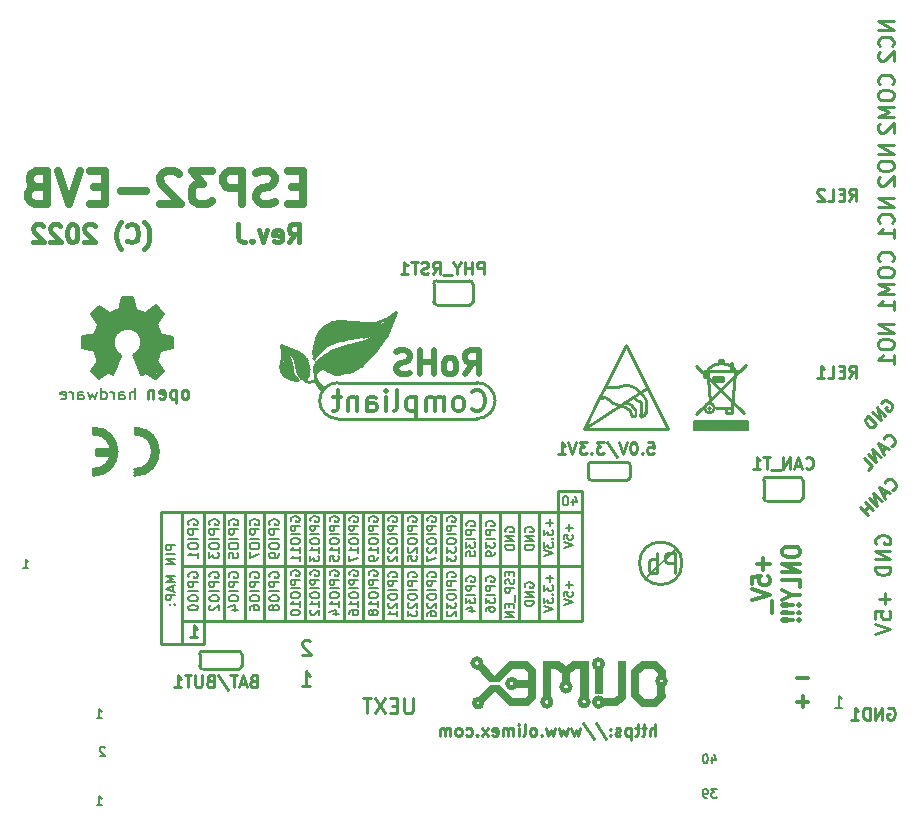
<source format=gbr>
G04 #@! TF.GenerationSoftware,KiCad,Pcbnew,5.1.6-c6e7f7d~87~ubuntu18.04.1*
G04 #@! TF.CreationDate,2022-01-18T16:37:38+02:00*
G04 #@! TF.ProjectId,ESP32-EVB_Rev_J,45535033-322d-4455-9642-5f5265765f4a,J*
G04 #@! TF.SameCoordinates,Original*
G04 #@! TF.FileFunction,Legend,Bot*
G04 #@! TF.FilePolarity,Positive*
%FSLAX46Y46*%
G04 Gerber Fmt 4.6, Leading zero omitted, Abs format (unit mm)*
G04 Created by KiCad (PCBNEW 5.1.6-c6e7f7d~87~ubuntu18.04.1) date 2022-01-18 16:37:38*
%MOMM*%
%LPD*%
G01*
G04 APERTURE LIST*
%ADD10C,0.254000*%
%ADD11C,0.317500*%
%ADD12C,0.190500*%
%ADD13C,0.381000*%
%ADD14C,0.300000*%
%ADD15C,0.635000*%
%ADD16C,0.200000*%
%ADD17C,0.187500*%
%ADD18C,0.250000*%
%ADD19C,0.508000*%
%ADD20C,0.127000*%
%ADD21C,0.150000*%
%ADD22C,1.000000*%
%ADD23C,0.370000*%
%ADD24C,0.380000*%
%ADD25C,0.400000*%
%ADD26C,0.420000*%
%ADD27C,0.100000*%
%ADD28C,0.700000*%
%ADD29C,0.500000*%
%ADD30C,0.350000*%
%ADD31C,0.180000*%
G04 APERTURE END LIST*
D10*
X143063157Y-107043421D02*
X143097368Y-106940790D01*
X143199999Y-106838158D01*
X143336841Y-106769737D01*
X143473683Y-106769737D01*
X143576315Y-106803948D01*
X143747367Y-106906579D01*
X143849999Y-107009211D01*
X143952630Y-107180263D01*
X143986841Y-107282895D01*
X143986841Y-107419737D01*
X143918420Y-107556579D01*
X143849999Y-107625000D01*
X143713157Y-107693421D01*
X143644736Y-107693421D01*
X143405262Y-107453947D01*
X143542104Y-107317105D01*
X143405262Y-108069736D02*
X142686842Y-107351316D01*
X142994736Y-108480262D01*
X142276316Y-107761842D01*
X142652631Y-108822367D02*
X141934211Y-108103947D01*
X141763158Y-108274999D01*
X141694737Y-108411841D01*
X141694737Y-108548683D01*
X141728948Y-108651315D01*
X141831579Y-108822367D01*
X141934211Y-108924999D01*
X142105263Y-109027630D01*
X142207895Y-109061841D01*
X142344737Y-109061841D01*
X142481579Y-108993420D01*
X142652631Y-108822367D01*
X143884209Y-110628947D02*
X143952630Y-110628947D01*
X144089472Y-110560526D01*
X144157893Y-110492105D01*
X144226314Y-110355263D01*
X144226314Y-110218421D01*
X144192104Y-110115790D01*
X144089472Y-109944737D01*
X143986841Y-109842106D01*
X143815788Y-109739474D01*
X143713157Y-109705264D01*
X143576315Y-109705264D01*
X143439473Y-109773685D01*
X143371052Y-109842106D01*
X143302631Y-109978948D01*
X143302631Y-110047369D01*
X143473683Y-110765789D02*
X143131578Y-111107894D01*
X143747367Y-110902631D02*
X142789473Y-110423684D01*
X143268420Y-111381578D01*
X143028947Y-111621052D02*
X142310526Y-110902631D01*
X142618421Y-112031578D01*
X141900000Y-111313157D01*
X141934211Y-112715788D02*
X142276316Y-112373683D01*
X141557895Y-111655262D01*
X143969735Y-114353421D02*
X144038156Y-114353421D01*
X144174998Y-114285000D01*
X144243419Y-114216579D01*
X144311840Y-114079737D01*
X144311840Y-113942895D01*
X144277630Y-113840264D01*
X144174998Y-113669211D01*
X144072367Y-113566580D01*
X143901314Y-113463948D01*
X143798683Y-113429738D01*
X143661841Y-113429738D01*
X143524999Y-113498159D01*
X143456578Y-113566580D01*
X143388157Y-113703422D01*
X143388157Y-113771843D01*
X143559209Y-114490263D02*
X143217104Y-114832368D01*
X143832893Y-114627105D02*
X142875000Y-114148158D01*
X143353946Y-115106052D01*
X143114473Y-115345525D02*
X142396053Y-114627105D01*
X142703947Y-115756051D01*
X141985527Y-115037631D01*
X142361842Y-116098156D02*
X141643422Y-115379736D01*
X141985527Y-115721841D02*
X141575001Y-116132367D01*
X141951316Y-116508682D02*
X141232896Y-115790262D01*
D11*
X135914190Y-130265714D02*
X136881809Y-130265714D01*
X135914190Y-132297714D02*
X136881809Y-132297714D01*
X136398000Y-132781523D02*
X136398000Y-131813904D01*
D12*
X139155714Y-132793619D02*
X139736285Y-132793619D01*
X139446000Y-132793619D02*
X139446000Y-131777619D01*
X139542761Y-131922761D01*
X139639523Y-132019523D01*
X139736285Y-132067904D01*
X70394285Y-120994714D02*
X70829714Y-120994714D01*
X70612000Y-120994714D02*
X70612000Y-120232714D01*
X70684571Y-120341571D01*
X70757142Y-120414142D01*
X70829714Y-120450428D01*
X76617285Y-133694714D02*
X77052714Y-133694714D01*
X76835000Y-133694714D02*
X76835000Y-132932714D01*
X76907571Y-133041571D01*
X76980142Y-133114142D01*
X77052714Y-133150428D01*
D13*
X92891428Y-93399428D02*
X93399428Y-92673714D01*
X93762285Y-93399428D02*
X93762285Y-91875428D01*
X93181714Y-91875428D01*
X93036571Y-91948000D01*
X92964000Y-92020571D01*
X92891428Y-92165714D01*
X92891428Y-92383428D01*
X92964000Y-92528571D01*
X93036571Y-92601142D01*
X93181714Y-92673714D01*
X93762285Y-92673714D01*
X91657714Y-93326857D02*
X91802857Y-93399428D01*
X92093142Y-93399428D01*
X92238285Y-93326857D01*
X92310857Y-93181714D01*
X92310857Y-92601142D01*
X92238285Y-92456000D01*
X92093142Y-92383428D01*
X91802857Y-92383428D01*
X91657714Y-92456000D01*
X91585142Y-92601142D01*
X91585142Y-92746285D01*
X92310857Y-92891428D01*
X91077142Y-92383428D02*
X90714285Y-93399428D01*
X90351428Y-92383428D01*
X89770857Y-93254285D02*
X89698285Y-93326857D01*
X89770857Y-93399428D01*
X89843428Y-93326857D01*
X89770857Y-93254285D01*
X89770857Y-93399428D01*
X88609714Y-91875428D02*
X88609714Y-92964000D01*
X88682285Y-93181714D01*
X88827428Y-93326857D01*
X89045142Y-93399428D01*
X89190285Y-93399428D01*
D12*
X129140857Y-139663714D02*
X128669142Y-139663714D01*
X128923142Y-139954000D01*
X128814285Y-139954000D01*
X128741714Y-139990285D01*
X128705428Y-140026571D01*
X128669142Y-140099142D01*
X128669142Y-140280571D01*
X128705428Y-140353142D01*
X128741714Y-140389428D01*
X128814285Y-140425714D01*
X129032000Y-140425714D01*
X129104571Y-140389428D01*
X129140857Y-140353142D01*
X128306285Y-140425714D02*
X128161142Y-140425714D01*
X128088571Y-140389428D01*
X128052285Y-140353142D01*
X127979714Y-140244285D01*
X127943428Y-140099142D01*
X127943428Y-139808857D01*
X127979714Y-139736285D01*
X128016000Y-139700000D01*
X128088571Y-139663714D01*
X128233714Y-139663714D01*
X128306285Y-139700000D01*
X128342571Y-139736285D01*
X128378857Y-139808857D01*
X128378857Y-139990285D01*
X128342571Y-140062857D01*
X128306285Y-140099142D01*
X128233714Y-140135428D01*
X128088571Y-140135428D01*
X128016000Y-140099142D01*
X127979714Y-140062857D01*
X127943428Y-139990285D01*
X77306714Y-136180285D02*
X77270428Y-136144000D01*
X77197857Y-136107714D01*
X77016428Y-136107714D01*
X76943857Y-136144000D01*
X76907571Y-136180285D01*
X76871285Y-136252857D01*
X76871285Y-136325428D01*
X76907571Y-136434285D01*
X77343000Y-136869714D01*
X76871285Y-136869714D01*
D10*
X140359190Y-89867619D02*
X140697857Y-89383809D01*
X140939761Y-89867619D02*
X140939761Y-88851619D01*
X140552714Y-88851619D01*
X140455952Y-88900000D01*
X140407571Y-88948380D01*
X140359190Y-89045142D01*
X140359190Y-89190285D01*
X140407571Y-89287047D01*
X140455952Y-89335428D01*
X140552714Y-89383809D01*
X140939761Y-89383809D01*
X139923761Y-89335428D02*
X139585095Y-89335428D01*
X139439952Y-89867619D02*
X139923761Y-89867619D01*
X139923761Y-88851619D01*
X139439952Y-88851619D01*
X138520714Y-89867619D02*
X139004523Y-89867619D01*
X139004523Y-88851619D01*
X138230428Y-88948380D02*
X138182047Y-88900000D01*
X138085285Y-88851619D01*
X137843380Y-88851619D01*
X137746619Y-88900000D01*
X137698238Y-88948380D01*
X137649857Y-89045142D01*
X137649857Y-89141904D01*
X137698238Y-89287047D01*
X138278809Y-89867619D01*
X137649857Y-89867619D01*
X140359190Y-104853619D02*
X140697857Y-104369809D01*
X140939761Y-104853619D02*
X140939761Y-103837619D01*
X140552714Y-103837619D01*
X140455952Y-103886000D01*
X140407571Y-103934380D01*
X140359190Y-104031142D01*
X140359190Y-104176285D01*
X140407571Y-104273047D01*
X140455952Y-104321428D01*
X140552714Y-104369809D01*
X140939761Y-104369809D01*
X139923761Y-104321428D02*
X139585095Y-104321428D01*
X139439952Y-104853619D02*
X139923761Y-104853619D01*
X139923761Y-103837619D01*
X139439952Y-103837619D01*
X138520714Y-104853619D02*
X139004523Y-104853619D01*
X139004523Y-103837619D01*
X137649857Y-104853619D02*
X138230428Y-104853619D01*
X137940142Y-104853619D02*
X137940142Y-103837619D01*
X138036904Y-103982761D01*
X138133666Y-104079523D01*
X138230428Y-104127904D01*
X144098095Y-74686523D02*
X142798095Y-74686523D01*
X144098095Y-75429380D01*
X142798095Y-75429380D01*
X143974285Y-76791285D02*
X144036190Y-76729380D01*
X144098095Y-76543666D01*
X144098095Y-76419857D01*
X144036190Y-76234142D01*
X143912380Y-76110333D01*
X143788571Y-76048428D01*
X143540952Y-75986523D01*
X143355238Y-75986523D01*
X143107619Y-76048428D01*
X142983809Y-76110333D01*
X142860000Y-76234142D01*
X142798095Y-76419857D01*
X142798095Y-76543666D01*
X142860000Y-76729380D01*
X142921904Y-76791285D01*
X142921904Y-77286523D02*
X142860000Y-77348428D01*
X142798095Y-77472238D01*
X142798095Y-77781761D01*
X142860000Y-77905571D01*
X142921904Y-77967476D01*
X143045714Y-78029380D01*
X143169523Y-78029380D01*
X143355238Y-77967476D01*
X144098095Y-77224619D01*
X144098095Y-78029380D01*
X143974285Y-80020523D02*
X144036190Y-79958619D01*
X144098095Y-79772904D01*
X144098095Y-79649095D01*
X144036190Y-79463380D01*
X143912380Y-79339571D01*
X143788571Y-79277666D01*
X143540952Y-79215761D01*
X143355238Y-79215761D01*
X143107619Y-79277666D01*
X142983809Y-79339571D01*
X142860000Y-79463380D01*
X142798095Y-79649095D01*
X142798095Y-79772904D01*
X142860000Y-79958619D01*
X142921904Y-80020523D01*
X142798095Y-80825285D02*
X142798095Y-81072904D01*
X142860000Y-81196714D01*
X142983809Y-81320523D01*
X143231428Y-81382428D01*
X143664761Y-81382428D01*
X143912380Y-81320523D01*
X144036190Y-81196714D01*
X144098095Y-81072904D01*
X144098095Y-80825285D01*
X144036190Y-80701476D01*
X143912380Y-80577666D01*
X143664761Y-80515761D01*
X143231428Y-80515761D01*
X142983809Y-80577666D01*
X142860000Y-80701476D01*
X142798095Y-80825285D01*
X144098095Y-81939571D02*
X142798095Y-81939571D01*
X143726666Y-82372904D01*
X142798095Y-82806238D01*
X144098095Y-82806238D01*
X142921904Y-83363380D02*
X142860000Y-83425285D01*
X142798095Y-83549095D01*
X142798095Y-83858619D01*
X142860000Y-83982428D01*
X142921904Y-84044333D01*
X143045714Y-84106238D01*
X143169523Y-84106238D01*
X143355238Y-84044333D01*
X144098095Y-83301476D01*
X144098095Y-84106238D01*
X144098095Y-85196571D02*
X142798095Y-85196571D01*
X144098095Y-85939428D01*
X142798095Y-85939428D01*
X142798095Y-86806095D02*
X142798095Y-87053714D01*
X142860000Y-87177523D01*
X142983809Y-87301333D01*
X143231428Y-87363238D01*
X143664761Y-87363238D01*
X143912380Y-87301333D01*
X144036190Y-87177523D01*
X144098095Y-87053714D01*
X144098095Y-86806095D01*
X144036190Y-86682285D01*
X143912380Y-86558476D01*
X143664761Y-86496571D01*
X143231428Y-86496571D01*
X142983809Y-86558476D01*
X142860000Y-86682285D01*
X142798095Y-86806095D01*
X142921904Y-87858476D02*
X142860000Y-87920380D01*
X142798095Y-88044190D01*
X142798095Y-88353714D01*
X142860000Y-88477523D01*
X142921904Y-88539428D01*
X143045714Y-88601333D01*
X143169523Y-88601333D01*
X143355238Y-88539428D01*
X144098095Y-87796571D01*
X144098095Y-88601333D01*
X144098095Y-89672523D02*
X142798095Y-89672523D01*
X144098095Y-90415380D01*
X142798095Y-90415380D01*
X143974285Y-91777285D02*
X144036190Y-91715380D01*
X144098095Y-91529666D01*
X144098095Y-91405857D01*
X144036190Y-91220142D01*
X143912380Y-91096333D01*
X143788571Y-91034428D01*
X143540952Y-90972523D01*
X143355238Y-90972523D01*
X143107619Y-91034428D01*
X142983809Y-91096333D01*
X142860000Y-91220142D01*
X142798095Y-91405857D01*
X142798095Y-91529666D01*
X142860000Y-91715380D01*
X142921904Y-91777285D01*
X144098095Y-93015380D02*
X144098095Y-92272523D01*
X144098095Y-92643952D02*
X142798095Y-92643952D01*
X142983809Y-92520142D01*
X143107619Y-92396333D01*
X143169523Y-92272523D01*
X143974285Y-95006523D02*
X144036190Y-94944619D01*
X144098095Y-94758904D01*
X144098095Y-94635095D01*
X144036190Y-94449380D01*
X143912380Y-94325571D01*
X143788571Y-94263666D01*
X143540952Y-94201761D01*
X143355238Y-94201761D01*
X143107619Y-94263666D01*
X142983809Y-94325571D01*
X142860000Y-94449380D01*
X142798095Y-94635095D01*
X142798095Y-94758904D01*
X142860000Y-94944619D01*
X142921904Y-95006523D01*
X142798095Y-95811285D02*
X142798095Y-96058904D01*
X142860000Y-96182714D01*
X142983809Y-96306523D01*
X143231428Y-96368428D01*
X143664761Y-96368428D01*
X143912380Y-96306523D01*
X144036190Y-96182714D01*
X144098095Y-96058904D01*
X144098095Y-95811285D01*
X144036190Y-95687476D01*
X143912380Y-95563666D01*
X143664761Y-95501761D01*
X143231428Y-95501761D01*
X142983809Y-95563666D01*
X142860000Y-95687476D01*
X142798095Y-95811285D01*
X144098095Y-96925571D02*
X142798095Y-96925571D01*
X143726666Y-97358904D01*
X142798095Y-97792238D01*
X144098095Y-97792238D01*
X144098095Y-99092238D02*
X144098095Y-98349380D01*
X144098095Y-98720809D02*
X142798095Y-98720809D01*
X142983809Y-98597000D01*
X143107619Y-98473190D01*
X143169523Y-98349380D01*
X144098095Y-100309571D02*
X142798095Y-100309571D01*
X144098095Y-101052428D01*
X142798095Y-101052428D01*
X142798095Y-101919095D02*
X142798095Y-102166714D01*
X142860000Y-102290523D01*
X142983809Y-102414333D01*
X143231428Y-102476238D01*
X143664761Y-102476238D01*
X143912380Y-102414333D01*
X144036190Y-102290523D01*
X144098095Y-102166714D01*
X144098095Y-101919095D01*
X144036190Y-101795285D01*
X143912380Y-101671476D01*
X143664761Y-101609571D01*
X143231428Y-101609571D01*
X142983809Y-101671476D01*
X142860000Y-101795285D01*
X142798095Y-101919095D01*
X144098095Y-103714333D02*
X144098095Y-102971476D01*
X144098095Y-103342904D02*
X142798095Y-103342904D01*
X142983809Y-103219095D01*
X143107619Y-103095285D01*
X143169523Y-102971476D01*
D13*
X80663142Y-93980000D02*
X80735714Y-93907428D01*
X80880857Y-93689714D01*
X80953428Y-93544571D01*
X81026000Y-93326857D01*
X81098571Y-92964000D01*
X81098571Y-92673714D01*
X81026000Y-92310857D01*
X80953428Y-92093142D01*
X80880857Y-91948000D01*
X80735714Y-91730285D01*
X80663142Y-91657714D01*
X79211714Y-93254285D02*
X79284285Y-93326857D01*
X79502000Y-93399428D01*
X79647142Y-93399428D01*
X79864857Y-93326857D01*
X80010000Y-93181714D01*
X80082571Y-93036571D01*
X80155142Y-92746285D01*
X80155142Y-92528571D01*
X80082571Y-92238285D01*
X80010000Y-92093142D01*
X79864857Y-91948000D01*
X79647142Y-91875428D01*
X79502000Y-91875428D01*
X79284285Y-91948000D01*
X79211714Y-92020571D01*
X78703714Y-93980000D02*
X78631142Y-93907428D01*
X78486000Y-93689714D01*
X78413428Y-93544571D01*
X78340857Y-93326857D01*
X78268285Y-92964000D01*
X78268285Y-92673714D01*
X78340857Y-92310857D01*
X78413428Y-92093142D01*
X78486000Y-91948000D01*
X78631142Y-91730285D01*
X78703714Y-91657714D01*
X76454000Y-92020571D02*
X76381428Y-91948000D01*
X76236285Y-91875428D01*
X75873428Y-91875428D01*
X75728285Y-91948000D01*
X75655714Y-92020571D01*
X75583142Y-92165714D01*
X75583142Y-92310857D01*
X75655714Y-92528571D01*
X76526571Y-93399428D01*
X75583142Y-93399428D01*
X74639714Y-91875428D02*
X74494571Y-91875428D01*
X74349428Y-91948000D01*
X74276857Y-92020571D01*
X74204285Y-92165714D01*
X74131714Y-92456000D01*
X74131714Y-92818857D01*
X74204285Y-93109142D01*
X74276857Y-93254285D01*
X74349428Y-93326857D01*
X74494571Y-93399428D01*
X74639714Y-93399428D01*
X74784857Y-93326857D01*
X74857428Y-93254285D01*
X74930000Y-93109142D01*
X75002571Y-92818857D01*
X75002571Y-92456000D01*
X74930000Y-92165714D01*
X74857428Y-92020571D01*
X74784857Y-91948000D01*
X74639714Y-91875428D01*
X73551142Y-92020571D02*
X73478571Y-91948000D01*
X73333428Y-91875428D01*
X72970571Y-91875428D01*
X72825428Y-91948000D01*
X72752857Y-92020571D01*
X72680285Y-92165714D01*
X72680285Y-92310857D01*
X72752857Y-92528571D01*
X73623714Y-93399428D01*
X72680285Y-93399428D01*
X72099714Y-92020571D02*
X72027142Y-91948000D01*
X71882000Y-91875428D01*
X71519142Y-91875428D01*
X71374000Y-91948000D01*
X71301428Y-92020571D01*
X71228857Y-92165714D01*
X71228857Y-92310857D01*
X71301428Y-92528571D01*
X72172285Y-93399428D01*
X71228857Y-93399428D01*
D10*
X123927809Y-135206619D02*
X123927809Y-134190619D01*
X123492380Y-135206619D02*
X123492380Y-134674428D01*
X123540761Y-134577666D01*
X123637523Y-134529285D01*
X123782666Y-134529285D01*
X123879428Y-134577666D01*
X123927809Y-134626047D01*
X123153714Y-134529285D02*
X122766666Y-134529285D01*
X123008571Y-134190619D02*
X123008571Y-135061476D01*
X122960190Y-135158238D01*
X122863428Y-135206619D01*
X122766666Y-135206619D01*
X122573142Y-134529285D02*
X122186095Y-134529285D01*
X122428000Y-134190619D02*
X122428000Y-135061476D01*
X122379619Y-135158238D01*
X122282857Y-135206619D01*
X122186095Y-135206619D01*
X121847428Y-134529285D02*
X121847428Y-135545285D01*
X121847428Y-134577666D02*
X121750666Y-134529285D01*
X121557142Y-134529285D01*
X121460380Y-134577666D01*
X121412000Y-134626047D01*
X121363619Y-134722809D01*
X121363619Y-135013095D01*
X121412000Y-135109857D01*
X121460380Y-135158238D01*
X121557142Y-135206619D01*
X121750666Y-135206619D01*
X121847428Y-135158238D01*
X120976571Y-135158238D02*
X120879809Y-135206619D01*
X120686285Y-135206619D01*
X120589523Y-135158238D01*
X120541142Y-135061476D01*
X120541142Y-135013095D01*
X120589523Y-134916333D01*
X120686285Y-134867952D01*
X120831428Y-134867952D01*
X120928190Y-134819571D01*
X120976571Y-134722809D01*
X120976571Y-134674428D01*
X120928190Y-134577666D01*
X120831428Y-134529285D01*
X120686285Y-134529285D01*
X120589523Y-134577666D01*
X120105714Y-135109857D02*
X120057333Y-135158238D01*
X120105714Y-135206619D01*
X120154095Y-135158238D01*
X120105714Y-135109857D01*
X120105714Y-135206619D01*
X120105714Y-134577666D02*
X120057333Y-134626047D01*
X120105714Y-134674428D01*
X120154095Y-134626047D01*
X120105714Y-134577666D01*
X120105714Y-134674428D01*
X118896190Y-134142238D02*
X119767047Y-135448523D01*
X117831809Y-134142238D02*
X118702666Y-135448523D01*
X117589904Y-134529285D02*
X117396380Y-135206619D01*
X117202857Y-134722809D01*
X117009333Y-135206619D01*
X116815809Y-134529285D01*
X116525523Y-134529285D02*
X116332000Y-135206619D01*
X116138476Y-134722809D01*
X115944952Y-135206619D01*
X115751428Y-134529285D01*
X115461142Y-134529285D02*
X115267619Y-135206619D01*
X115074095Y-134722809D01*
X114880571Y-135206619D01*
X114687047Y-134529285D01*
X114300000Y-135109857D02*
X114251619Y-135158238D01*
X114300000Y-135206619D01*
X114348380Y-135158238D01*
X114300000Y-135109857D01*
X114300000Y-135206619D01*
X113671047Y-135206619D02*
X113767809Y-135158238D01*
X113816190Y-135109857D01*
X113864571Y-135013095D01*
X113864571Y-134722809D01*
X113816190Y-134626047D01*
X113767809Y-134577666D01*
X113671047Y-134529285D01*
X113525904Y-134529285D01*
X113429142Y-134577666D01*
X113380761Y-134626047D01*
X113332380Y-134722809D01*
X113332380Y-135013095D01*
X113380761Y-135109857D01*
X113429142Y-135158238D01*
X113525904Y-135206619D01*
X113671047Y-135206619D01*
X112751809Y-135206619D02*
X112848571Y-135158238D01*
X112896952Y-135061476D01*
X112896952Y-134190619D01*
X112364761Y-135206619D02*
X112364761Y-134529285D01*
X112364761Y-134190619D02*
X112413142Y-134239000D01*
X112364761Y-134287380D01*
X112316380Y-134239000D01*
X112364761Y-134190619D01*
X112364761Y-134287380D01*
X111880952Y-135206619D02*
X111880952Y-134529285D01*
X111880952Y-134626047D02*
X111832571Y-134577666D01*
X111735809Y-134529285D01*
X111590666Y-134529285D01*
X111493904Y-134577666D01*
X111445523Y-134674428D01*
X111445523Y-135206619D01*
X111445523Y-134674428D02*
X111397142Y-134577666D01*
X111300380Y-134529285D01*
X111155238Y-134529285D01*
X111058476Y-134577666D01*
X111010095Y-134674428D01*
X111010095Y-135206619D01*
X110139238Y-135158238D02*
X110236000Y-135206619D01*
X110429523Y-135206619D01*
X110526285Y-135158238D01*
X110574666Y-135061476D01*
X110574666Y-134674428D01*
X110526285Y-134577666D01*
X110429523Y-134529285D01*
X110236000Y-134529285D01*
X110139238Y-134577666D01*
X110090857Y-134674428D01*
X110090857Y-134771190D01*
X110574666Y-134867952D01*
X109752190Y-135206619D02*
X109220000Y-134529285D01*
X109752190Y-134529285D02*
X109220000Y-135206619D01*
X108832952Y-135109857D02*
X108784571Y-135158238D01*
X108832952Y-135206619D01*
X108881333Y-135158238D01*
X108832952Y-135109857D01*
X108832952Y-135206619D01*
X107913714Y-135158238D02*
X108010476Y-135206619D01*
X108204000Y-135206619D01*
X108300761Y-135158238D01*
X108349142Y-135109857D01*
X108397523Y-135013095D01*
X108397523Y-134722809D01*
X108349142Y-134626047D01*
X108300761Y-134577666D01*
X108204000Y-134529285D01*
X108010476Y-134529285D01*
X107913714Y-134577666D01*
X107333142Y-135206619D02*
X107429904Y-135158238D01*
X107478285Y-135109857D01*
X107526666Y-135013095D01*
X107526666Y-134722809D01*
X107478285Y-134626047D01*
X107429904Y-134577666D01*
X107333142Y-134529285D01*
X107188000Y-134529285D01*
X107091238Y-134577666D01*
X107042857Y-134626047D01*
X106994476Y-134722809D01*
X106994476Y-135013095D01*
X107042857Y-135109857D01*
X107091238Y-135158238D01*
X107188000Y-135206619D01*
X107333142Y-135206619D01*
X106559047Y-135206619D02*
X106559047Y-134529285D01*
X106559047Y-134626047D02*
X106510666Y-134577666D01*
X106413904Y-134529285D01*
X106268761Y-134529285D01*
X106172000Y-134577666D01*
X106123619Y-134674428D01*
X106123619Y-135206619D01*
X106123619Y-134674428D02*
X106075238Y-134577666D01*
X105978476Y-134529285D01*
X105833333Y-134529285D01*
X105736571Y-134577666D01*
X105688190Y-134674428D01*
X105688190Y-135206619D01*
D14*
X133071142Y-120134333D02*
X133071142Y-121124809D01*
X133642571Y-120629571D02*
X132499714Y-120629571D01*
X132142571Y-122362904D02*
X132142571Y-121743857D01*
X132856857Y-121681952D01*
X132785428Y-121743857D01*
X132714000Y-121867666D01*
X132714000Y-122177190D01*
X132785428Y-122301000D01*
X132856857Y-122362904D01*
X132999714Y-122424809D01*
X133356857Y-122424809D01*
X133499714Y-122362904D01*
X133571142Y-122301000D01*
X133642571Y-122177190D01*
X133642571Y-121867666D01*
X133571142Y-121743857D01*
X133499714Y-121681952D01*
X132142571Y-122796238D02*
X133642571Y-123229571D01*
X132142571Y-123662904D01*
X133785428Y-123786714D02*
X133785428Y-124777190D01*
X134692571Y-119484333D02*
X134692571Y-119731952D01*
X134764000Y-119855761D01*
X134906857Y-119979571D01*
X135192571Y-120041476D01*
X135692571Y-120041476D01*
X135978285Y-119979571D01*
X136121142Y-119855761D01*
X136192571Y-119731952D01*
X136192571Y-119484333D01*
X136121142Y-119360523D01*
X135978285Y-119236714D01*
X135692571Y-119174809D01*
X135192571Y-119174809D01*
X134906857Y-119236714D01*
X134764000Y-119360523D01*
X134692571Y-119484333D01*
X136192571Y-120598619D02*
X134692571Y-120598619D01*
X136192571Y-121341476D01*
X134692571Y-121341476D01*
X136192571Y-122579571D02*
X136192571Y-121960523D01*
X134692571Y-121960523D01*
X135478285Y-123260523D02*
X136192571Y-123260523D01*
X134692571Y-122827190D02*
X135478285Y-123260523D01*
X134692571Y-123693857D01*
X136049714Y-124127190D02*
X136121142Y-124189095D01*
X136192571Y-124127190D01*
X136121142Y-124065285D01*
X136049714Y-124127190D01*
X136192571Y-124127190D01*
X135621142Y-124127190D02*
X134764000Y-124065285D01*
X134692571Y-124127190D01*
X134764000Y-124189095D01*
X135621142Y-124127190D01*
X134692571Y-124127190D01*
X136049714Y-124746238D02*
X136121142Y-124808142D01*
X136192571Y-124746238D01*
X136121142Y-124684333D01*
X136049714Y-124746238D01*
X136192571Y-124746238D01*
X135621142Y-124746238D02*
X134764000Y-124684333D01*
X134692571Y-124746238D01*
X134764000Y-124808142D01*
X135621142Y-124746238D01*
X134692571Y-124746238D01*
X136049714Y-125365285D02*
X136121142Y-125427190D01*
X136192571Y-125365285D01*
X136121142Y-125303380D01*
X136049714Y-125365285D01*
X136192571Y-125365285D01*
X135621142Y-125365285D02*
X134764000Y-125303380D01*
X134692571Y-125365285D01*
X134764000Y-125427190D01*
X135621142Y-125365285D01*
X134692571Y-125365285D01*
D10*
X142621000Y-118920380D02*
X142560523Y-118799428D01*
X142560523Y-118618000D01*
X142621000Y-118436571D01*
X142741952Y-118315619D01*
X142862904Y-118255142D01*
X143104809Y-118194666D01*
X143286238Y-118194666D01*
X143528142Y-118255142D01*
X143649095Y-118315619D01*
X143770047Y-118436571D01*
X143830523Y-118618000D01*
X143830523Y-118738952D01*
X143770047Y-118920380D01*
X143709571Y-118980857D01*
X143286238Y-118980857D01*
X143286238Y-118738952D01*
X143830523Y-119525142D02*
X142560523Y-119525142D01*
X143830523Y-120250857D01*
X142560523Y-120250857D01*
X143830523Y-120855619D02*
X142560523Y-120855619D01*
X142560523Y-121158000D01*
X142621000Y-121339428D01*
X142741952Y-121460380D01*
X142862904Y-121520857D01*
X143104809Y-121581333D01*
X143286238Y-121581333D01*
X143528142Y-121520857D01*
X143649095Y-121460380D01*
X143770047Y-121339428D01*
X143830523Y-121158000D01*
X143830523Y-120855619D01*
X143346714Y-123081142D02*
X143346714Y-124048761D01*
X143830523Y-123564952D02*
X142862904Y-123564952D01*
X142560523Y-125258285D02*
X142560523Y-124653523D01*
X143165285Y-124593047D01*
X143104809Y-124653523D01*
X143044333Y-124774476D01*
X143044333Y-125076857D01*
X143104809Y-125197809D01*
X143165285Y-125258285D01*
X143286238Y-125318761D01*
X143588619Y-125318761D01*
X143709571Y-125258285D01*
X143770047Y-125197809D01*
X143830523Y-125076857D01*
X143830523Y-124774476D01*
X143770047Y-124653523D01*
X143709571Y-124593047D01*
X142560523Y-125681619D02*
X143830523Y-126104952D01*
X142560523Y-126528285D01*
X94723857Y-127187476D02*
X94663380Y-127127000D01*
X94542428Y-127066523D01*
X94240047Y-127066523D01*
X94119095Y-127127000D01*
X94058619Y-127187476D01*
X93998142Y-127308428D01*
X93998142Y-127429380D01*
X94058619Y-127610809D01*
X94784333Y-128336523D01*
X93998142Y-128336523D01*
X93998142Y-131003523D02*
X94723857Y-131003523D01*
X94361000Y-131003523D02*
X94361000Y-129733523D01*
X94481952Y-129914952D01*
X94602904Y-130035904D01*
X94723857Y-130096380D01*
X103371952Y-132019523D02*
X103371952Y-133047619D01*
X103311476Y-133168571D01*
X103251000Y-133229047D01*
X103130047Y-133289523D01*
X102888142Y-133289523D01*
X102767190Y-133229047D01*
X102706714Y-133168571D01*
X102646238Y-133047619D01*
X102646238Y-132019523D01*
X102041476Y-132624285D02*
X101618142Y-132624285D01*
X101436714Y-133289523D02*
X102041476Y-133289523D01*
X102041476Y-132019523D01*
X101436714Y-132019523D01*
X101013380Y-132019523D02*
X100166714Y-133289523D01*
X100166714Y-132019523D02*
X101013380Y-133289523D01*
X99864333Y-132019523D02*
X99138619Y-132019523D01*
X99501476Y-133289523D02*
X99501476Y-132019523D01*
D15*
X94125142Y-88700428D02*
X93193809Y-88700428D01*
X92794666Y-90163952D02*
X94125142Y-90163952D01*
X94125142Y-87369952D01*
X92794666Y-87369952D01*
X91730285Y-90030904D02*
X91331142Y-90163952D01*
X90665904Y-90163952D01*
X90399809Y-90030904D01*
X90266761Y-89897857D01*
X90133714Y-89631761D01*
X90133714Y-89365666D01*
X90266761Y-89099571D01*
X90399809Y-88966523D01*
X90665904Y-88833476D01*
X91198095Y-88700428D01*
X91464190Y-88567380D01*
X91597238Y-88434333D01*
X91730285Y-88168238D01*
X91730285Y-87902142D01*
X91597238Y-87636047D01*
X91464190Y-87503000D01*
X91198095Y-87369952D01*
X90532857Y-87369952D01*
X90133714Y-87503000D01*
X88936285Y-90163952D02*
X88936285Y-87369952D01*
X87871904Y-87369952D01*
X87605809Y-87503000D01*
X87472761Y-87636047D01*
X87339714Y-87902142D01*
X87339714Y-88301285D01*
X87472761Y-88567380D01*
X87605809Y-88700428D01*
X87871904Y-88833476D01*
X88936285Y-88833476D01*
X86408380Y-87369952D02*
X84678761Y-87369952D01*
X85610095Y-88434333D01*
X85210952Y-88434333D01*
X84944857Y-88567380D01*
X84811809Y-88700428D01*
X84678761Y-88966523D01*
X84678761Y-89631761D01*
X84811809Y-89897857D01*
X84944857Y-90030904D01*
X85210952Y-90163952D01*
X86009238Y-90163952D01*
X86275333Y-90030904D01*
X86408380Y-89897857D01*
X83614380Y-87636047D02*
X83481333Y-87503000D01*
X83215238Y-87369952D01*
X82550000Y-87369952D01*
X82283904Y-87503000D01*
X82150857Y-87636047D01*
X82017809Y-87902142D01*
X82017809Y-88168238D01*
X82150857Y-88567380D01*
X83747428Y-90163952D01*
X82017809Y-90163952D01*
X80820380Y-89099571D02*
X78691619Y-89099571D01*
X77361142Y-88700428D02*
X76429809Y-88700428D01*
X76030666Y-90163952D02*
X77361142Y-90163952D01*
X77361142Y-87369952D01*
X76030666Y-87369952D01*
X75232380Y-87369952D02*
X74301047Y-90163952D01*
X73369714Y-87369952D01*
X71507047Y-88700428D02*
X71107904Y-88833476D01*
X70974857Y-88966523D01*
X70841809Y-89232619D01*
X70841809Y-89631761D01*
X70974857Y-89897857D01*
X71107904Y-90030904D01*
X71374000Y-90163952D01*
X72438380Y-90163952D01*
X72438380Y-87369952D01*
X71507047Y-87369952D01*
X71240952Y-87503000D01*
X71107904Y-87636047D01*
X70974857Y-87902142D01*
X70974857Y-88168238D01*
X71107904Y-88434333D01*
X71240952Y-88567380D01*
X71507047Y-88700428D01*
X72438380Y-88700428D01*
D10*
X117729000Y-114427000D02*
X117729000Y-125476000D01*
X115697000Y-114427000D02*
X117729000Y-114427000D01*
X115697000Y-116332000D02*
X115697000Y-114427000D01*
D16*
X116941571Y-115144571D02*
X116941571Y-115677904D01*
X117132047Y-114839809D02*
X117322523Y-115411238D01*
X116827285Y-115411238D01*
X116370142Y-114877904D02*
X116293952Y-114877904D01*
X116217761Y-114916000D01*
X116179666Y-114954095D01*
X116141571Y-115030285D01*
X116103476Y-115182666D01*
X116103476Y-115373142D01*
X116141571Y-115525523D01*
X116179666Y-115601714D01*
X116217761Y-115639809D01*
X116293952Y-115677904D01*
X116370142Y-115677904D01*
X116446333Y-115639809D01*
X116484428Y-115601714D01*
X116522523Y-115525523D01*
X116560619Y-115373142D01*
X116560619Y-115182666D01*
X116522523Y-115030285D01*
X116484428Y-114954095D01*
X116446333Y-114916000D01*
X116370142Y-114877904D01*
D17*
X116639571Y-117272714D02*
X116639571Y-117844142D01*
X116925285Y-117558428D02*
X116353857Y-117558428D01*
X116175285Y-118558428D02*
X116175285Y-118201285D01*
X116532428Y-118165571D01*
X116496714Y-118201285D01*
X116461000Y-118272714D01*
X116461000Y-118451285D01*
X116496714Y-118522714D01*
X116532428Y-118558428D01*
X116603857Y-118594142D01*
X116782428Y-118594142D01*
X116853857Y-118558428D01*
X116889571Y-118522714D01*
X116925285Y-118451285D01*
X116925285Y-118272714D01*
X116889571Y-118201285D01*
X116853857Y-118165571D01*
X116175285Y-118808428D02*
X116925285Y-119058428D01*
X116175285Y-119308428D01*
X116639571Y-122098714D02*
X116639571Y-122670142D01*
X116925285Y-122384428D02*
X116353857Y-122384428D01*
X116175285Y-123384428D02*
X116175285Y-123027285D01*
X116532428Y-122991571D01*
X116496714Y-123027285D01*
X116461000Y-123098714D01*
X116461000Y-123277285D01*
X116496714Y-123348714D01*
X116532428Y-123384428D01*
X116603857Y-123420142D01*
X116782428Y-123420142D01*
X116853857Y-123384428D01*
X116889571Y-123348714D01*
X116925285Y-123277285D01*
X116925285Y-123098714D01*
X116889571Y-123027285D01*
X116853857Y-122991571D01*
X116175285Y-123634428D02*
X116925285Y-123884428D01*
X116175285Y-124134428D01*
D10*
X115697000Y-116205000D02*
X115697000Y-125476000D01*
D17*
X114988571Y-116864000D02*
X114988571Y-117435428D01*
X115274285Y-117149714D02*
X114702857Y-117149714D01*
X114524285Y-117721142D02*
X114524285Y-118185428D01*
X114810000Y-117935428D01*
X114810000Y-118042571D01*
X114845714Y-118114000D01*
X114881428Y-118149714D01*
X114952857Y-118185428D01*
X115131428Y-118185428D01*
X115202857Y-118149714D01*
X115238571Y-118114000D01*
X115274285Y-118042571D01*
X115274285Y-117828285D01*
X115238571Y-117756857D01*
X115202857Y-117721142D01*
X115202857Y-118506857D02*
X115238571Y-118542571D01*
X115274285Y-118506857D01*
X115238571Y-118471142D01*
X115202857Y-118506857D01*
X115274285Y-118506857D01*
X114524285Y-118792571D02*
X114524285Y-119256857D01*
X114810000Y-119006857D01*
X114810000Y-119114000D01*
X114845714Y-119185428D01*
X114881428Y-119221142D01*
X114952857Y-119256857D01*
X115131428Y-119256857D01*
X115202857Y-119221142D01*
X115238571Y-119185428D01*
X115274285Y-119114000D01*
X115274285Y-118899714D01*
X115238571Y-118828285D01*
X115202857Y-118792571D01*
X114524285Y-119471142D02*
X115274285Y-119721142D01*
X114524285Y-119971142D01*
X114988571Y-121563000D02*
X114988571Y-122134428D01*
X115274285Y-121848714D02*
X114702857Y-121848714D01*
X114524285Y-122420142D02*
X114524285Y-122884428D01*
X114810000Y-122634428D01*
X114810000Y-122741571D01*
X114845714Y-122813000D01*
X114881428Y-122848714D01*
X114952857Y-122884428D01*
X115131428Y-122884428D01*
X115202857Y-122848714D01*
X115238571Y-122813000D01*
X115274285Y-122741571D01*
X115274285Y-122527285D01*
X115238571Y-122455857D01*
X115202857Y-122420142D01*
X115202857Y-123205857D02*
X115238571Y-123241571D01*
X115274285Y-123205857D01*
X115238571Y-123170142D01*
X115202857Y-123205857D01*
X115274285Y-123205857D01*
X114524285Y-123491571D02*
X114524285Y-123955857D01*
X114810000Y-123705857D01*
X114810000Y-123813000D01*
X114845714Y-123884428D01*
X114881428Y-123920142D01*
X114952857Y-123955857D01*
X115131428Y-123955857D01*
X115202857Y-123920142D01*
X115238571Y-123884428D01*
X115274285Y-123813000D01*
X115274285Y-123598714D01*
X115238571Y-123527285D01*
X115202857Y-123491571D01*
X114524285Y-124170142D02*
X115274285Y-124420142D01*
X114524285Y-124670142D01*
D10*
X114046000Y-116205000D02*
X114046000Y-125476000D01*
D17*
X112909000Y-117919571D02*
X112873285Y-117848142D01*
X112873285Y-117741000D01*
X112909000Y-117633857D01*
X112980428Y-117562428D01*
X113051857Y-117526714D01*
X113194714Y-117491000D01*
X113301857Y-117491000D01*
X113444714Y-117526714D01*
X113516142Y-117562428D01*
X113587571Y-117633857D01*
X113623285Y-117741000D01*
X113623285Y-117812428D01*
X113587571Y-117919571D01*
X113551857Y-117955285D01*
X113301857Y-117955285D01*
X113301857Y-117812428D01*
X113623285Y-118276714D02*
X112873285Y-118276714D01*
X113623285Y-118705285D01*
X112873285Y-118705285D01*
X113623285Y-119062428D02*
X112873285Y-119062428D01*
X112873285Y-119241000D01*
X112909000Y-119348142D01*
X112980428Y-119419571D01*
X113051857Y-119455285D01*
X113194714Y-119491000D01*
X113301857Y-119491000D01*
X113444714Y-119455285D01*
X113516142Y-119419571D01*
X113587571Y-119348142D01*
X113623285Y-119241000D01*
X113623285Y-119062428D01*
X112909000Y-122618571D02*
X112873285Y-122547142D01*
X112873285Y-122440000D01*
X112909000Y-122332857D01*
X112980428Y-122261428D01*
X113051857Y-122225714D01*
X113194714Y-122190000D01*
X113301857Y-122190000D01*
X113444714Y-122225714D01*
X113516142Y-122261428D01*
X113587571Y-122332857D01*
X113623285Y-122440000D01*
X113623285Y-122511428D01*
X113587571Y-122618571D01*
X113551857Y-122654285D01*
X113301857Y-122654285D01*
X113301857Y-122511428D01*
X113623285Y-122975714D02*
X112873285Y-122975714D01*
X113623285Y-123404285D01*
X112873285Y-123404285D01*
X113623285Y-123761428D02*
X112873285Y-123761428D01*
X112873285Y-123940000D01*
X112909000Y-124047142D01*
X112980428Y-124118571D01*
X113051857Y-124154285D01*
X113194714Y-124190000D01*
X113301857Y-124190000D01*
X113444714Y-124154285D01*
X113516142Y-124118571D01*
X113587571Y-124047142D01*
X113623285Y-123940000D01*
X113623285Y-123761428D01*
D10*
X112395000Y-116205000D02*
X112395000Y-125476000D01*
D17*
X111258000Y-117919571D02*
X111222285Y-117848142D01*
X111222285Y-117741000D01*
X111258000Y-117633857D01*
X111329428Y-117562428D01*
X111400857Y-117526714D01*
X111543714Y-117491000D01*
X111650857Y-117491000D01*
X111793714Y-117526714D01*
X111865142Y-117562428D01*
X111936571Y-117633857D01*
X111972285Y-117741000D01*
X111972285Y-117812428D01*
X111936571Y-117919571D01*
X111900857Y-117955285D01*
X111650857Y-117955285D01*
X111650857Y-117812428D01*
X111972285Y-118276714D02*
X111222285Y-118276714D01*
X111972285Y-118705285D01*
X111222285Y-118705285D01*
X111972285Y-119062428D02*
X111222285Y-119062428D01*
X111222285Y-119241000D01*
X111258000Y-119348142D01*
X111329428Y-119419571D01*
X111400857Y-119455285D01*
X111543714Y-119491000D01*
X111650857Y-119491000D01*
X111793714Y-119455285D01*
X111865142Y-119419571D01*
X111936571Y-119348142D01*
X111972285Y-119241000D01*
X111972285Y-119062428D01*
X111579428Y-121279285D02*
X111579428Y-121529285D01*
X111972285Y-121636428D02*
X111972285Y-121279285D01*
X111222285Y-121279285D01*
X111222285Y-121636428D01*
X111936571Y-121922142D02*
X111972285Y-122029285D01*
X111972285Y-122207857D01*
X111936571Y-122279285D01*
X111900857Y-122315000D01*
X111829428Y-122350714D01*
X111758000Y-122350714D01*
X111686571Y-122315000D01*
X111650857Y-122279285D01*
X111615142Y-122207857D01*
X111579428Y-122065000D01*
X111543714Y-121993571D01*
X111508000Y-121957857D01*
X111436571Y-121922142D01*
X111365142Y-121922142D01*
X111293714Y-121957857D01*
X111258000Y-121993571D01*
X111222285Y-122065000D01*
X111222285Y-122243571D01*
X111258000Y-122350714D01*
X111972285Y-122672142D02*
X111222285Y-122672142D01*
X111222285Y-122957857D01*
X111258000Y-123029285D01*
X111293714Y-123065000D01*
X111365142Y-123100714D01*
X111472285Y-123100714D01*
X111543714Y-123065000D01*
X111579428Y-123029285D01*
X111615142Y-122957857D01*
X111615142Y-122672142D01*
X112043714Y-123243571D02*
X112043714Y-123815000D01*
X111579428Y-123993571D02*
X111579428Y-124243571D01*
X111972285Y-124350714D02*
X111972285Y-123993571D01*
X111222285Y-123993571D01*
X111222285Y-124350714D01*
X111972285Y-124672142D02*
X111222285Y-124672142D01*
X111972285Y-125100714D01*
X111222285Y-125100714D01*
D10*
X110744000Y-116205000D02*
X110744000Y-125476000D01*
D17*
X109607000Y-117419571D02*
X109571285Y-117348142D01*
X109571285Y-117241000D01*
X109607000Y-117133857D01*
X109678428Y-117062428D01*
X109749857Y-117026714D01*
X109892714Y-116991000D01*
X109999857Y-116991000D01*
X110142714Y-117026714D01*
X110214142Y-117062428D01*
X110285571Y-117133857D01*
X110321285Y-117241000D01*
X110321285Y-117312428D01*
X110285571Y-117419571D01*
X110249857Y-117455285D01*
X109999857Y-117455285D01*
X109999857Y-117312428D01*
X110321285Y-117776714D02*
X109571285Y-117776714D01*
X109571285Y-118062428D01*
X109607000Y-118133857D01*
X109642714Y-118169571D01*
X109714142Y-118205285D01*
X109821285Y-118205285D01*
X109892714Y-118169571D01*
X109928428Y-118133857D01*
X109964142Y-118062428D01*
X109964142Y-117776714D01*
X110321285Y-118526714D02*
X109571285Y-118526714D01*
X109571285Y-118812428D02*
X109571285Y-119276714D01*
X109857000Y-119026714D01*
X109857000Y-119133857D01*
X109892714Y-119205285D01*
X109928428Y-119241000D01*
X109999857Y-119276714D01*
X110178428Y-119276714D01*
X110249857Y-119241000D01*
X110285571Y-119205285D01*
X110321285Y-119133857D01*
X110321285Y-118919571D01*
X110285571Y-118848142D01*
X110249857Y-118812428D01*
X110321285Y-119633857D02*
X110321285Y-119776714D01*
X110285571Y-119848142D01*
X110249857Y-119883857D01*
X110142714Y-119955285D01*
X109999857Y-119991000D01*
X109714142Y-119991000D01*
X109642714Y-119955285D01*
X109607000Y-119919571D01*
X109571285Y-119848142D01*
X109571285Y-119705285D01*
X109607000Y-119633857D01*
X109642714Y-119598142D01*
X109714142Y-119562428D01*
X109892714Y-119562428D01*
X109964142Y-119598142D01*
X109999857Y-119633857D01*
X110035571Y-119705285D01*
X110035571Y-119848142D01*
X109999857Y-119919571D01*
X109964142Y-119955285D01*
X109892714Y-119991000D01*
X109607000Y-122118571D02*
X109571285Y-122047142D01*
X109571285Y-121940000D01*
X109607000Y-121832857D01*
X109678428Y-121761428D01*
X109749857Y-121725714D01*
X109892714Y-121690000D01*
X109999857Y-121690000D01*
X110142714Y-121725714D01*
X110214142Y-121761428D01*
X110285571Y-121832857D01*
X110321285Y-121940000D01*
X110321285Y-122011428D01*
X110285571Y-122118571D01*
X110249857Y-122154285D01*
X109999857Y-122154285D01*
X109999857Y-122011428D01*
X110321285Y-122475714D02*
X109571285Y-122475714D01*
X109571285Y-122761428D01*
X109607000Y-122832857D01*
X109642714Y-122868571D01*
X109714142Y-122904285D01*
X109821285Y-122904285D01*
X109892714Y-122868571D01*
X109928428Y-122832857D01*
X109964142Y-122761428D01*
X109964142Y-122475714D01*
X110321285Y-123225714D02*
X109571285Y-123225714D01*
X109571285Y-123511428D02*
X109571285Y-123975714D01*
X109857000Y-123725714D01*
X109857000Y-123832857D01*
X109892714Y-123904285D01*
X109928428Y-123940000D01*
X109999857Y-123975714D01*
X110178428Y-123975714D01*
X110249857Y-123940000D01*
X110285571Y-123904285D01*
X110321285Y-123832857D01*
X110321285Y-123618571D01*
X110285571Y-123547142D01*
X110249857Y-123511428D01*
X109571285Y-124618571D02*
X109571285Y-124475714D01*
X109607000Y-124404285D01*
X109642714Y-124368571D01*
X109749857Y-124297142D01*
X109892714Y-124261428D01*
X110178428Y-124261428D01*
X110249857Y-124297142D01*
X110285571Y-124332857D01*
X110321285Y-124404285D01*
X110321285Y-124547142D01*
X110285571Y-124618571D01*
X110249857Y-124654285D01*
X110178428Y-124690000D01*
X109999857Y-124690000D01*
X109928428Y-124654285D01*
X109892714Y-124618571D01*
X109857000Y-124547142D01*
X109857000Y-124404285D01*
X109892714Y-124332857D01*
X109928428Y-124297142D01*
X109999857Y-124261428D01*
D10*
X109093000Y-116205000D02*
X109093000Y-125476000D01*
D17*
X107956000Y-117419571D02*
X107920285Y-117348142D01*
X107920285Y-117241000D01*
X107956000Y-117133857D01*
X108027428Y-117062428D01*
X108098857Y-117026714D01*
X108241714Y-116991000D01*
X108348857Y-116991000D01*
X108491714Y-117026714D01*
X108563142Y-117062428D01*
X108634571Y-117133857D01*
X108670285Y-117241000D01*
X108670285Y-117312428D01*
X108634571Y-117419571D01*
X108598857Y-117455285D01*
X108348857Y-117455285D01*
X108348857Y-117312428D01*
X108670285Y-117776714D02*
X107920285Y-117776714D01*
X107920285Y-118062428D01*
X107956000Y-118133857D01*
X107991714Y-118169571D01*
X108063142Y-118205285D01*
X108170285Y-118205285D01*
X108241714Y-118169571D01*
X108277428Y-118133857D01*
X108313142Y-118062428D01*
X108313142Y-117776714D01*
X108670285Y-118526714D02*
X107920285Y-118526714D01*
X107920285Y-118812428D02*
X107920285Y-119276714D01*
X108206000Y-119026714D01*
X108206000Y-119133857D01*
X108241714Y-119205285D01*
X108277428Y-119241000D01*
X108348857Y-119276714D01*
X108527428Y-119276714D01*
X108598857Y-119241000D01*
X108634571Y-119205285D01*
X108670285Y-119133857D01*
X108670285Y-118919571D01*
X108634571Y-118848142D01*
X108598857Y-118812428D01*
X107920285Y-119955285D02*
X107920285Y-119598142D01*
X108277428Y-119562428D01*
X108241714Y-119598142D01*
X108206000Y-119669571D01*
X108206000Y-119848142D01*
X108241714Y-119919571D01*
X108277428Y-119955285D01*
X108348857Y-119991000D01*
X108527428Y-119991000D01*
X108598857Y-119955285D01*
X108634571Y-119919571D01*
X108670285Y-119848142D01*
X108670285Y-119669571D01*
X108634571Y-119598142D01*
X108598857Y-119562428D01*
X107956000Y-122118571D02*
X107920285Y-122047142D01*
X107920285Y-121940000D01*
X107956000Y-121832857D01*
X108027428Y-121761428D01*
X108098857Y-121725714D01*
X108241714Y-121690000D01*
X108348857Y-121690000D01*
X108491714Y-121725714D01*
X108563142Y-121761428D01*
X108634571Y-121832857D01*
X108670285Y-121940000D01*
X108670285Y-122011428D01*
X108634571Y-122118571D01*
X108598857Y-122154285D01*
X108348857Y-122154285D01*
X108348857Y-122011428D01*
X108670285Y-122475714D02*
X107920285Y-122475714D01*
X107920285Y-122761428D01*
X107956000Y-122832857D01*
X107991714Y-122868571D01*
X108063142Y-122904285D01*
X108170285Y-122904285D01*
X108241714Y-122868571D01*
X108277428Y-122832857D01*
X108313142Y-122761428D01*
X108313142Y-122475714D01*
X108670285Y-123225714D02*
X107920285Y-123225714D01*
X107920285Y-123511428D02*
X107920285Y-123975714D01*
X108206000Y-123725714D01*
X108206000Y-123832857D01*
X108241714Y-123904285D01*
X108277428Y-123940000D01*
X108348857Y-123975714D01*
X108527428Y-123975714D01*
X108598857Y-123940000D01*
X108634571Y-123904285D01*
X108670285Y-123832857D01*
X108670285Y-123618571D01*
X108634571Y-123547142D01*
X108598857Y-123511428D01*
X108170285Y-124618571D02*
X108670285Y-124618571D01*
X107884571Y-124440000D02*
X108420285Y-124261428D01*
X108420285Y-124725714D01*
D10*
X107442000Y-116205000D02*
X107442000Y-125476000D01*
D17*
X106305000Y-117026714D02*
X106269285Y-116955285D01*
X106269285Y-116848142D01*
X106305000Y-116741000D01*
X106376428Y-116669571D01*
X106447857Y-116633857D01*
X106590714Y-116598142D01*
X106697857Y-116598142D01*
X106840714Y-116633857D01*
X106912142Y-116669571D01*
X106983571Y-116741000D01*
X107019285Y-116848142D01*
X107019285Y-116919571D01*
X106983571Y-117026714D01*
X106947857Y-117062428D01*
X106697857Y-117062428D01*
X106697857Y-116919571D01*
X107019285Y-117383857D02*
X106269285Y-117383857D01*
X106269285Y-117669571D01*
X106305000Y-117741000D01*
X106340714Y-117776714D01*
X106412142Y-117812428D01*
X106519285Y-117812428D01*
X106590714Y-117776714D01*
X106626428Y-117741000D01*
X106662142Y-117669571D01*
X106662142Y-117383857D01*
X107019285Y-118133857D02*
X106269285Y-118133857D01*
X106269285Y-118633857D02*
X106269285Y-118776714D01*
X106305000Y-118848142D01*
X106376428Y-118919571D01*
X106519285Y-118955285D01*
X106769285Y-118955285D01*
X106912142Y-118919571D01*
X106983571Y-118848142D01*
X107019285Y-118776714D01*
X107019285Y-118633857D01*
X106983571Y-118562428D01*
X106912142Y-118491000D01*
X106769285Y-118455285D01*
X106519285Y-118455285D01*
X106376428Y-118491000D01*
X106305000Y-118562428D01*
X106269285Y-118633857D01*
X106269285Y-119205285D02*
X106269285Y-119669571D01*
X106555000Y-119419571D01*
X106555000Y-119526714D01*
X106590714Y-119598142D01*
X106626428Y-119633857D01*
X106697857Y-119669571D01*
X106876428Y-119669571D01*
X106947857Y-119633857D01*
X106983571Y-119598142D01*
X107019285Y-119526714D01*
X107019285Y-119312428D01*
X106983571Y-119241000D01*
X106947857Y-119205285D01*
X106269285Y-119919571D02*
X106269285Y-120383857D01*
X106555000Y-120133857D01*
X106555000Y-120241000D01*
X106590714Y-120312428D01*
X106626428Y-120348142D01*
X106697857Y-120383857D01*
X106876428Y-120383857D01*
X106947857Y-120348142D01*
X106983571Y-120312428D01*
X107019285Y-120241000D01*
X107019285Y-120026714D01*
X106983571Y-119955285D01*
X106947857Y-119919571D01*
X106305000Y-121725714D02*
X106269285Y-121654285D01*
X106269285Y-121547142D01*
X106305000Y-121440000D01*
X106376428Y-121368571D01*
X106447857Y-121332857D01*
X106590714Y-121297142D01*
X106697857Y-121297142D01*
X106840714Y-121332857D01*
X106912142Y-121368571D01*
X106983571Y-121440000D01*
X107019285Y-121547142D01*
X107019285Y-121618571D01*
X106983571Y-121725714D01*
X106947857Y-121761428D01*
X106697857Y-121761428D01*
X106697857Y-121618571D01*
X107019285Y-122082857D02*
X106269285Y-122082857D01*
X106269285Y-122368571D01*
X106305000Y-122440000D01*
X106340714Y-122475714D01*
X106412142Y-122511428D01*
X106519285Y-122511428D01*
X106590714Y-122475714D01*
X106626428Y-122440000D01*
X106662142Y-122368571D01*
X106662142Y-122082857D01*
X107019285Y-122832857D02*
X106269285Y-122832857D01*
X106269285Y-123332857D02*
X106269285Y-123475714D01*
X106305000Y-123547142D01*
X106376428Y-123618571D01*
X106519285Y-123654285D01*
X106769285Y-123654285D01*
X106912142Y-123618571D01*
X106983571Y-123547142D01*
X107019285Y-123475714D01*
X107019285Y-123332857D01*
X106983571Y-123261428D01*
X106912142Y-123190000D01*
X106769285Y-123154285D01*
X106519285Y-123154285D01*
X106376428Y-123190000D01*
X106305000Y-123261428D01*
X106269285Y-123332857D01*
X106269285Y-123904285D02*
X106269285Y-124368571D01*
X106555000Y-124118571D01*
X106555000Y-124225714D01*
X106590714Y-124297142D01*
X106626428Y-124332857D01*
X106697857Y-124368571D01*
X106876428Y-124368571D01*
X106947857Y-124332857D01*
X106983571Y-124297142D01*
X107019285Y-124225714D01*
X107019285Y-124011428D01*
X106983571Y-123940000D01*
X106947857Y-123904285D01*
X106340714Y-124654285D02*
X106305000Y-124690000D01*
X106269285Y-124761428D01*
X106269285Y-124940000D01*
X106305000Y-125011428D01*
X106340714Y-125047142D01*
X106412142Y-125082857D01*
X106483571Y-125082857D01*
X106590714Y-125047142D01*
X107019285Y-124618571D01*
X107019285Y-125082857D01*
D10*
X105791000Y-116205000D02*
X105791000Y-125476000D01*
D17*
X104654000Y-117026714D02*
X104618285Y-116955285D01*
X104618285Y-116848142D01*
X104654000Y-116741000D01*
X104725428Y-116669571D01*
X104796857Y-116633857D01*
X104939714Y-116598142D01*
X105046857Y-116598142D01*
X105189714Y-116633857D01*
X105261142Y-116669571D01*
X105332571Y-116741000D01*
X105368285Y-116848142D01*
X105368285Y-116919571D01*
X105332571Y-117026714D01*
X105296857Y-117062428D01*
X105046857Y-117062428D01*
X105046857Y-116919571D01*
X105368285Y-117383857D02*
X104618285Y-117383857D01*
X104618285Y-117669571D01*
X104654000Y-117741000D01*
X104689714Y-117776714D01*
X104761142Y-117812428D01*
X104868285Y-117812428D01*
X104939714Y-117776714D01*
X104975428Y-117741000D01*
X105011142Y-117669571D01*
X105011142Y-117383857D01*
X105368285Y-118133857D02*
X104618285Y-118133857D01*
X104618285Y-118633857D02*
X104618285Y-118776714D01*
X104654000Y-118848142D01*
X104725428Y-118919571D01*
X104868285Y-118955285D01*
X105118285Y-118955285D01*
X105261142Y-118919571D01*
X105332571Y-118848142D01*
X105368285Y-118776714D01*
X105368285Y-118633857D01*
X105332571Y-118562428D01*
X105261142Y-118491000D01*
X105118285Y-118455285D01*
X104868285Y-118455285D01*
X104725428Y-118491000D01*
X104654000Y-118562428D01*
X104618285Y-118633857D01*
X104689714Y-119241000D02*
X104654000Y-119276714D01*
X104618285Y-119348142D01*
X104618285Y-119526714D01*
X104654000Y-119598142D01*
X104689714Y-119633857D01*
X104761142Y-119669571D01*
X104832571Y-119669571D01*
X104939714Y-119633857D01*
X105368285Y-119205285D01*
X105368285Y-119669571D01*
X104618285Y-119919571D02*
X104618285Y-120419571D01*
X105368285Y-120098142D01*
X104654000Y-121725714D02*
X104618285Y-121654285D01*
X104618285Y-121547142D01*
X104654000Y-121440000D01*
X104725428Y-121368571D01*
X104796857Y-121332857D01*
X104939714Y-121297142D01*
X105046857Y-121297142D01*
X105189714Y-121332857D01*
X105261142Y-121368571D01*
X105332571Y-121440000D01*
X105368285Y-121547142D01*
X105368285Y-121618571D01*
X105332571Y-121725714D01*
X105296857Y-121761428D01*
X105046857Y-121761428D01*
X105046857Y-121618571D01*
X105368285Y-122082857D02*
X104618285Y-122082857D01*
X104618285Y-122368571D01*
X104654000Y-122440000D01*
X104689714Y-122475714D01*
X104761142Y-122511428D01*
X104868285Y-122511428D01*
X104939714Y-122475714D01*
X104975428Y-122440000D01*
X105011142Y-122368571D01*
X105011142Y-122082857D01*
X105368285Y-122832857D02*
X104618285Y-122832857D01*
X104618285Y-123332857D02*
X104618285Y-123475714D01*
X104654000Y-123547142D01*
X104725428Y-123618571D01*
X104868285Y-123654285D01*
X105118285Y-123654285D01*
X105261142Y-123618571D01*
X105332571Y-123547142D01*
X105368285Y-123475714D01*
X105368285Y-123332857D01*
X105332571Y-123261428D01*
X105261142Y-123190000D01*
X105118285Y-123154285D01*
X104868285Y-123154285D01*
X104725428Y-123190000D01*
X104654000Y-123261428D01*
X104618285Y-123332857D01*
X104689714Y-123940000D02*
X104654000Y-123975714D01*
X104618285Y-124047142D01*
X104618285Y-124225714D01*
X104654000Y-124297142D01*
X104689714Y-124332857D01*
X104761142Y-124368571D01*
X104832571Y-124368571D01*
X104939714Y-124332857D01*
X105368285Y-123904285D01*
X105368285Y-124368571D01*
X104618285Y-125011428D02*
X104618285Y-124868571D01*
X104654000Y-124797142D01*
X104689714Y-124761428D01*
X104796857Y-124690000D01*
X104939714Y-124654285D01*
X105225428Y-124654285D01*
X105296857Y-124690000D01*
X105332571Y-124725714D01*
X105368285Y-124797142D01*
X105368285Y-124940000D01*
X105332571Y-125011428D01*
X105296857Y-125047142D01*
X105225428Y-125082857D01*
X105046857Y-125082857D01*
X104975428Y-125047142D01*
X104939714Y-125011428D01*
X104904000Y-124940000D01*
X104904000Y-124797142D01*
X104939714Y-124725714D01*
X104975428Y-124690000D01*
X105046857Y-124654285D01*
D10*
X104140000Y-116205000D02*
X104140000Y-125476000D01*
X82042000Y-127381000D02*
X83820000Y-127381000D01*
X82042000Y-116205000D02*
X82042000Y-127381000D01*
X83820000Y-116205000D02*
X82042000Y-116205000D01*
D16*
X83292904Y-119024714D02*
X82492904Y-119024714D01*
X82492904Y-119329476D01*
X82531000Y-119405666D01*
X82569095Y-119443761D01*
X82645285Y-119481857D01*
X82759571Y-119481857D01*
X82835761Y-119443761D01*
X82873857Y-119405666D01*
X82911952Y-119329476D01*
X82911952Y-119024714D01*
X83292904Y-119824714D02*
X82492904Y-119824714D01*
X83292904Y-120205666D02*
X82492904Y-120205666D01*
X83292904Y-120662809D01*
X82492904Y-120662809D01*
X83292904Y-121653285D02*
X82492904Y-121653285D01*
X83064333Y-121919952D01*
X82492904Y-122186619D01*
X83292904Y-122186619D01*
X83064333Y-122529476D02*
X83064333Y-122910428D01*
X83292904Y-122453285D02*
X82492904Y-122719952D01*
X83292904Y-122986619D01*
X83292904Y-123253285D02*
X82492904Y-123253285D01*
X82492904Y-123558047D01*
X82531000Y-123634238D01*
X82569095Y-123672333D01*
X82645285Y-123710428D01*
X82759571Y-123710428D01*
X82835761Y-123672333D01*
X82873857Y-123634238D01*
X82911952Y-123558047D01*
X82911952Y-123253285D01*
X83216714Y-124053285D02*
X83254809Y-124091380D01*
X83292904Y-124053285D01*
X83254809Y-124015190D01*
X83216714Y-124053285D01*
X83292904Y-124053285D01*
X82797666Y-124053285D02*
X82835761Y-124091380D01*
X82873857Y-124053285D01*
X82835761Y-124015190D01*
X82797666Y-124053285D01*
X82873857Y-124053285D01*
D17*
X103003000Y-117026714D02*
X102967285Y-116955285D01*
X102967285Y-116848142D01*
X103003000Y-116741000D01*
X103074428Y-116669571D01*
X103145857Y-116633857D01*
X103288714Y-116598142D01*
X103395857Y-116598142D01*
X103538714Y-116633857D01*
X103610142Y-116669571D01*
X103681571Y-116741000D01*
X103717285Y-116848142D01*
X103717285Y-116919571D01*
X103681571Y-117026714D01*
X103645857Y-117062428D01*
X103395857Y-117062428D01*
X103395857Y-116919571D01*
X103717285Y-117383857D02*
X102967285Y-117383857D01*
X102967285Y-117669571D01*
X103003000Y-117741000D01*
X103038714Y-117776714D01*
X103110142Y-117812428D01*
X103217285Y-117812428D01*
X103288714Y-117776714D01*
X103324428Y-117741000D01*
X103360142Y-117669571D01*
X103360142Y-117383857D01*
X103717285Y-118133857D02*
X102967285Y-118133857D01*
X102967285Y-118633857D02*
X102967285Y-118776714D01*
X103003000Y-118848142D01*
X103074428Y-118919571D01*
X103217285Y-118955285D01*
X103467285Y-118955285D01*
X103610142Y-118919571D01*
X103681571Y-118848142D01*
X103717285Y-118776714D01*
X103717285Y-118633857D01*
X103681571Y-118562428D01*
X103610142Y-118491000D01*
X103467285Y-118455285D01*
X103217285Y-118455285D01*
X103074428Y-118491000D01*
X103003000Y-118562428D01*
X102967285Y-118633857D01*
X103038714Y-119241000D02*
X103003000Y-119276714D01*
X102967285Y-119348142D01*
X102967285Y-119526714D01*
X103003000Y-119598142D01*
X103038714Y-119633857D01*
X103110142Y-119669571D01*
X103181571Y-119669571D01*
X103288714Y-119633857D01*
X103717285Y-119205285D01*
X103717285Y-119669571D01*
X102967285Y-120348142D02*
X102967285Y-119991000D01*
X103324428Y-119955285D01*
X103288714Y-119991000D01*
X103253000Y-120062428D01*
X103253000Y-120241000D01*
X103288714Y-120312428D01*
X103324428Y-120348142D01*
X103395857Y-120383857D01*
X103574428Y-120383857D01*
X103645857Y-120348142D01*
X103681571Y-120312428D01*
X103717285Y-120241000D01*
X103717285Y-120062428D01*
X103681571Y-119991000D01*
X103645857Y-119955285D01*
X103003000Y-121725714D02*
X102967285Y-121654285D01*
X102967285Y-121547142D01*
X103003000Y-121440000D01*
X103074428Y-121368571D01*
X103145857Y-121332857D01*
X103288714Y-121297142D01*
X103395857Y-121297142D01*
X103538714Y-121332857D01*
X103610142Y-121368571D01*
X103681571Y-121440000D01*
X103717285Y-121547142D01*
X103717285Y-121618571D01*
X103681571Y-121725714D01*
X103645857Y-121761428D01*
X103395857Y-121761428D01*
X103395857Y-121618571D01*
X103717285Y-122082857D02*
X102967285Y-122082857D01*
X102967285Y-122368571D01*
X103003000Y-122440000D01*
X103038714Y-122475714D01*
X103110142Y-122511428D01*
X103217285Y-122511428D01*
X103288714Y-122475714D01*
X103324428Y-122440000D01*
X103360142Y-122368571D01*
X103360142Y-122082857D01*
X103717285Y-122832857D02*
X102967285Y-122832857D01*
X102967285Y-123332857D02*
X102967285Y-123475714D01*
X103003000Y-123547142D01*
X103074428Y-123618571D01*
X103217285Y-123654285D01*
X103467285Y-123654285D01*
X103610142Y-123618571D01*
X103681571Y-123547142D01*
X103717285Y-123475714D01*
X103717285Y-123332857D01*
X103681571Y-123261428D01*
X103610142Y-123190000D01*
X103467285Y-123154285D01*
X103217285Y-123154285D01*
X103074428Y-123190000D01*
X103003000Y-123261428D01*
X102967285Y-123332857D01*
X103038714Y-123940000D02*
X103003000Y-123975714D01*
X102967285Y-124047142D01*
X102967285Y-124225714D01*
X103003000Y-124297142D01*
X103038714Y-124332857D01*
X103110142Y-124368571D01*
X103181571Y-124368571D01*
X103288714Y-124332857D01*
X103717285Y-123904285D01*
X103717285Y-124368571D01*
X102967285Y-124618571D02*
X102967285Y-125082857D01*
X103253000Y-124832857D01*
X103253000Y-124940000D01*
X103288714Y-125011428D01*
X103324428Y-125047142D01*
X103395857Y-125082857D01*
X103574428Y-125082857D01*
X103645857Y-125047142D01*
X103681571Y-125011428D01*
X103717285Y-124940000D01*
X103717285Y-124725714D01*
X103681571Y-124654285D01*
X103645857Y-124618571D01*
D10*
X102489000Y-116205000D02*
X102489000Y-125476000D01*
D17*
X101352000Y-117026714D02*
X101316285Y-116955285D01*
X101316285Y-116848142D01*
X101352000Y-116741000D01*
X101423428Y-116669571D01*
X101494857Y-116633857D01*
X101637714Y-116598142D01*
X101744857Y-116598142D01*
X101887714Y-116633857D01*
X101959142Y-116669571D01*
X102030571Y-116741000D01*
X102066285Y-116848142D01*
X102066285Y-116919571D01*
X102030571Y-117026714D01*
X101994857Y-117062428D01*
X101744857Y-117062428D01*
X101744857Y-116919571D01*
X102066285Y-117383857D02*
X101316285Y-117383857D01*
X101316285Y-117669571D01*
X101352000Y-117741000D01*
X101387714Y-117776714D01*
X101459142Y-117812428D01*
X101566285Y-117812428D01*
X101637714Y-117776714D01*
X101673428Y-117741000D01*
X101709142Y-117669571D01*
X101709142Y-117383857D01*
X102066285Y-118133857D02*
X101316285Y-118133857D01*
X101316285Y-118633857D02*
X101316285Y-118776714D01*
X101352000Y-118848142D01*
X101423428Y-118919571D01*
X101566285Y-118955285D01*
X101816285Y-118955285D01*
X101959142Y-118919571D01*
X102030571Y-118848142D01*
X102066285Y-118776714D01*
X102066285Y-118633857D01*
X102030571Y-118562428D01*
X101959142Y-118491000D01*
X101816285Y-118455285D01*
X101566285Y-118455285D01*
X101423428Y-118491000D01*
X101352000Y-118562428D01*
X101316285Y-118633857D01*
X101387714Y-119241000D02*
X101352000Y-119276714D01*
X101316285Y-119348142D01*
X101316285Y-119526714D01*
X101352000Y-119598142D01*
X101387714Y-119633857D01*
X101459142Y-119669571D01*
X101530571Y-119669571D01*
X101637714Y-119633857D01*
X102066285Y-119205285D01*
X102066285Y-119669571D01*
X101387714Y-119955285D02*
X101352000Y-119991000D01*
X101316285Y-120062428D01*
X101316285Y-120241000D01*
X101352000Y-120312428D01*
X101387714Y-120348142D01*
X101459142Y-120383857D01*
X101530571Y-120383857D01*
X101637714Y-120348142D01*
X102066285Y-119919571D01*
X102066285Y-120383857D01*
X101352000Y-121725714D02*
X101316285Y-121654285D01*
X101316285Y-121547142D01*
X101352000Y-121440000D01*
X101423428Y-121368571D01*
X101494857Y-121332857D01*
X101637714Y-121297142D01*
X101744857Y-121297142D01*
X101887714Y-121332857D01*
X101959142Y-121368571D01*
X102030571Y-121440000D01*
X102066285Y-121547142D01*
X102066285Y-121618571D01*
X102030571Y-121725714D01*
X101994857Y-121761428D01*
X101744857Y-121761428D01*
X101744857Y-121618571D01*
X102066285Y-122082857D02*
X101316285Y-122082857D01*
X101316285Y-122368571D01*
X101352000Y-122440000D01*
X101387714Y-122475714D01*
X101459142Y-122511428D01*
X101566285Y-122511428D01*
X101637714Y-122475714D01*
X101673428Y-122440000D01*
X101709142Y-122368571D01*
X101709142Y-122082857D01*
X102066285Y-122832857D02*
X101316285Y-122832857D01*
X101316285Y-123332857D02*
X101316285Y-123475714D01*
X101352000Y-123547142D01*
X101423428Y-123618571D01*
X101566285Y-123654285D01*
X101816285Y-123654285D01*
X101959142Y-123618571D01*
X102030571Y-123547142D01*
X102066285Y-123475714D01*
X102066285Y-123332857D01*
X102030571Y-123261428D01*
X101959142Y-123190000D01*
X101816285Y-123154285D01*
X101566285Y-123154285D01*
X101423428Y-123190000D01*
X101352000Y-123261428D01*
X101316285Y-123332857D01*
X101387714Y-123940000D02*
X101352000Y-123975714D01*
X101316285Y-124047142D01*
X101316285Y-124225714D01*
X101352000Y-124297142D01*
X101387714Y-124332857D01*
X101459142Y-124368571D01*
X101530571Y-124368571D01*
X101637714Y-124332857D01*
X102066285Y-123904285D01*
X102066285Y-124368571D01*
X102066285Y-125082857D02*
X102066285Y-124654285D01*
X102066285Y-124868571D02*
X101316285Y-124868571D01*
X101423428Y-124797142D01*
X101494857Y-124725714D01*
X101530571Y-124654285D01*
D10*
X100838000Y-116205000D02*
X100838000Y-125476000D01*
D17*
X99701000Y-117026714D02*
X99665285Y-116955285D01*
X99665285Y-116848142D01*
X99701000Y-116741000D01*
X99772428Y-116669571D01*
X99843857Y-116633857D01*
X99986714Y-116598142D01*
X100093857Y-116598142D01*
X100236714Y-116633857D01*
X100308142Y-116669571D01*
X100379571Y-116741000D01*
X100415285Y-116848142D01*
X100415285Y-116919571D01*
X100379571Y-117026714D01*
X100343857Y-117062428D01*
X100093857Y-117062428D01*
X100093857Y-116919571D01*
X100415285Y-117383857D02*
X99665285Y-117383857D01*
X99665285Y-117669571D01*
X99701000Y-117741000D01*
X99736714Y-117776714D01*
X99808142Y-117812428D01*
X99915285Y-117812428D01*
X99986714Y-117776714D01*
X100022428Y-117741000D01*
X100058142Y-117669571D01*
X100058142Y-117383857D01*
X100415285Y-118133857D02*
X99665285Y-118133857D01*
X99665285Y-118633857D02*
X99665285Y-118776714D01*
X99701000Y-118848142D01*
X99772428Y-118919571D01*
X99915285Y-118955285D01*
X100165285Y-118955285D01*
X100308142Y-118919571D01*
X100379571Y-118848142D01*
X100415285Y-118776714D01*
X100415285Y-118633857D01*
X100379571Y-118562428D01*
X100308142Y-118491000D01*
X100165285Y-118455285D01*
X99915285Y-118455285D01*
X99772428Y-118491000D01*
X99701000Y-118562428D01*
X99665285Y-118633857D01*
X100415285Y-119669571D02*
X100415285Y-119241000D01*
X100415285Y-119455285D02*
X99665285Y-119455285D01*
X99772428Y-119383857D01*
X99843857Y-119312428D01*
X99879571Y-119241000D01*
X100415285Y-120026714D02*
X100415285Y-120169571D01*
X100379571Y-120241000D01*
X100343857Y-120276714D01*
X100236714Y-120348142D01*
X100093857Y-120383857D01*
X99808142Y-120383857D01*
X99736714Y-120348142D01*
X99701000Y-120312428D01*
X99665285Y-120241000D01*
X99665285Y-120098142D01*
X99701000Y-120026714D01*
X99736714Y-119991000D01*
X99808142Y-119955285D01*
X99986714Y-119955285D01*
X100058142Y-119991000D01*
X100093857Y-120026714D01*
X100129571Y-120098142D01*
X100129571Y-120241000D01*
X100093857Y-120312428D01*
X100058142Y-120348142D01*
X99986714Y-120383857D01*
X99701000Y-121598714D02*
X99665285Y-121527285D01*
X99665285Y-121420142D01*
X99701000Y-121313000D01*
X99772428Y-121241571D01*
X99843857Y-121205857D01*
X99986714Y-121170142D01*
X100093857Y-121170142D01*
X100236714Y-121205857D01*
X100308142Y-121241571D01*
X100379571Y-121313000D01*
X100415285Y-121420142D01*
X100415285Y-121491571D01*
X100379571Y-121598714D01*
X100343857Y-121634428D01*
X100093857Y-121634428D01*
X100093857Y-121491571D01*
X100415285Y-121955857D02*
X99665285Y-121955857D01*
X99665285Y-122241571D01*
X99701000Y-122313000D01*
X99736714Y-122348714D01*
X99808142Y-122384428D01*
X99915285Y-122384428D01*
X99986714Y-122348714D01*
X100022428Y-122313000D01*
X100058142Y-122241571D01*
X100058142Y-121955857D01*
X100415285Y-122705857D02*
X99665285Y-122705857D01*
X99665285Y-123205857D02*
X99665285Y-123348714D01*
X99701000Y-123420142D01*
X99772428Y-123491571D01*
X99915285Y-123527285D01*
X100165285Y-123527285D01*
X100308142Y-123491571D01*
X100379571Y-123420142D01*
X100415285Y-123348714D01*
X100415285Y-123205857D01*
X100379571Y-123134428D01*
X100308142Y-123063000D01*
X100165285Y-123027285D01*
X99915285Y-123027285D01*
X99772428Y-123063000D01*
X99701000Y-123134428D01*
X99665285Y-123205857D01*
X100415285Y-124241571D02*
X100415285Y-123813000D01*
X100415285Y-124027285D02*
X99665285Y-124027285D01*
X99772428Y-123955857D01*
X99843857Y-123884428D01*
X99879571Y-123813000D01*
X99986714Y-124670142D02*
X99951000Y-124598714D01*
X99915285Y-124563000D01*
X99843857Y-124527285D01*
X99808142Y-124527285D01*
X99736714Y-124563000D01*
X99701000Y-124598714D01*
X99665285Y-124670142D01*
X99665285Y-124813000D01*
X99701000Y-124884428D01*
X99736714Y-124920142D01*
X99808142Y-124955857D01*
X99843857Y-124955857D01*
X99915285Y-124920142D01*
X99951000Y-124884428D01*
X99986714Y-124813000D01*
X99986714Y-124670142D01*
X100022428Y-124598714D01*
X100058142Y-124563000D01*
X100129571Y-124527285D01*
X100272428Y-124527285D01*
X100343857Y-124563000D01*
X100379571Y-124598714D01*
X100415285Y-124670142D01*
X100415285Y-124813000D01*
X100379571Y-124884428D01*
X100343857Y-124920142D01*
X100272428Y-124955857D01*
X100129571Y-124955857D01*
X100058142Y-124920142D01*
X100022428Y-124884428D01*
X99986714Y-124813000D01*
D10*
X99187000Y-116205000D02*
X99187000Y-125476000D01*
D17*
X98050000Y-117026714D02*
X98014285Y-116955285D01*
X98014285Y-116848142D01*
X98050000Y-116741000D01*
X98121428Y-116669571D01*
X98192857Y-116633857D01*
X98335714Y-116598142D01*
X98442857Y-116598142D01*
X98585714Y-116633857D01*
X98657142Y-116669571D01*
X98728571Y-116741000D01*
X98764285Y-116848142D01*
X98764285Y-116919571D01*
X98728571Y-117026714D01*
X98692857Y-117062428D01*
X98442857Y-117062428D01*
X98442857Y-116919571D01*
X98764285Y-117383857D02*
X98014285Y-117383857D01*
X98014285Y-117669571D01*
X98050000Y-117741000D01*
X98085714Y-117776714D01*
X98157142Y-117812428D01*
X98264285Y-117812428D01*
X98335714Y-117776714D01*
X98371428Y-117741000D01*
X98407142Y-117669571D01*
X98407142Y-117383857D01*
X98764285Y-118133857D02*
X98014285Y-118133857D01*
X98014285Y-118633857D02*
X98014285Y-118776714D01*
X98050000Y-118848142D01*
X98121428Y-118919571D01*
X98264285Y-118955285D01*
X98514285Y-118955285D01*
X98657142Y-118919571D01*
X98728571Y-118848142D01*
X98764285Y-118776714D01*
X98764285Y-118633857D01*
X98728571Y-118562428D01*
X98657142Y-118491000D01*
X98514285Y-118455285D01*
X98264285Y-118455285D01*
X98121428Y-118491000D01*
X98050000Y-118562428D01*
X98014285Y-118633857D01*
X98764285Y-119669571D02*
X98764285Y-119241000D01*
X98764285Y-119455285D02*
X98014285Y-119455285D01*
X98121428Y-119383857D01*
X98192857Y-119312428D01*
X98228571Y-119241000D01*
X98014285Y-119919571D02*
X98014285Y-120419571D01*
X98764285Y-120098142D01*
X98050000Y-121598714D02*
X98014285Y-121527285D01*
X98014285Y-121420142D01*
X98050000Y-121313000D01*
X98121428Y-121241571D01*
X98192857Y-121205857D01*
X98335714Y-121170142D01*
X98442857Y-121170142D01*
X98585714Y-121205857D01*
X98657142Y-121241571D01*
X98728571Y-121313000D01*
X98764285Y-121420142D01*
X98764285Y-121491571D01*
X98728571Y-121598714D01*
X98692857Y-121634428D01*
X98442857Y-121634428D01*
X98442857Y-121491571D01*
X98764285Y-121955857D02*
X98014285Y-121955857D01*
X98014285Y-122241571D01*
X98050000Y-122313000D01*
X98085714Y-122348714D01*
X98157142Y-122384428D01*
X98264285Y-122384428D01*
X98335714Y-122348714D01*
X98371428Y-122313000D01*
X98407142Y-122241571D01*
X98407142Y-121955857D01*
X98764285Y-122705857D02*
X98014285Y-122705857D01*
X98014285Y-123205857D02*
X98014285Y-123348714D01*
X98050000Y-123420142D01*
X98121428Y-123491571D01*
X98264285Y-123527285D01*
X98514285Y-123527285D01*
X98657142Y-123491571D01*
X98728571Y-123420142D01*
X98764285Y-123348714D01*
X98764285Y-123205857D01*
X98728571Y-123134428D01*
X98657142Y-123063000D01*
X98514285Y-123027285D01*
X98264285Y-123027285D01*
X98121428Y-123063000D01*
X98050000Y-123134428D01*
X98014285Y-123205857D01*
X98764285Y-124241571D02*
X98764285Y-123813000D01*
X98764285Y-124027285D02*
X98014285Y-124027285D01*
X98121428Y-123955857D01*
X98192857Y-123884428D01*
X98228571Y-123813000D01*
X98014285Y-124884428D02*
X98014285Y-124741571D01*
X98050000Y-124670142D01*
X98085714Y-124634428D01*
X98192857Y-124563000D01*
X98335714Y-124527285D01*
X98621428Y-124527285D01*
X98692857Y-124563000D01*
X98728571Y-124598714D01*
X98764285Y-124670142D01*
X98764285Y-124813000D01*
X98728571Y-124884428D01*
X98692857Y-124920142D01*
X98621428Y-124955857D01*
X98442857Y-124955857D01*
X98371428Y-124920142D01*
X98335714Y-124884428D01*
X98300000Y-124813000D01*
X98300000Y-124670142D01*
X98335714Y-124598714D01*
X98371428Y-124563000D01*
X98442857Y-124527285D01*
D10*
X97536000Y-116205000D02*
X97536000Y-125476000D01*
D17*
X96399000Y-117026714D02*
X96363285Y-116955285D01*
X96363285Y-116848142D01*
X96399000Y-116741000D01*
X96470428Y-116669571D01*
X96541857Y-116633857D01*
X96684714Y-116598142D01*
X96791857Y-116598142D01*
X96934714Y-116633857D01*
X97006142Y-116669571D01*
X97077571Y-116741000D01*
X97113285Y-116848142D01*
X97113285Y-116919571D01*
X97077571Y-117026714D01*
X97041857Y-117062428D01*
X96791857Y-117062428D01*
X96791857Y-116919571D01*
X97113285Y-117383857D02*
X96363285Y-117383857D01*
X96363285Y-117669571D01*
X96399000Y-117741000D01*
X96434714Y-117776714D01*
X96506142Y-117812428D01*
X96613285Y-117812428D01*
X96684714Y-117776714D01*
X96720428Y-117741000D01*
X96756142Y-117669571D01*
X96756142Y-117383857D01*
X97113285Y-118133857D02*
X96363285Y-118133857D01*
X96363285Y-118633857D02*
X96363285Y-118776714D01*
X96399000Y-118848142D01*
X96470428Y-118919571D01*
X96613285Y-118955285D01*
X96863285Y-118955285D01*
X97006142Y-118919571D01*
X97077571Y-118848142D01*
X97113285Y-118776714D01*
X97113285Y-118633857D01*
X97077571Y-118562428D01*
X97006142Y-118491000D01*
X96863285Y-118455285D01*
X96613285Y-118455285D01*
X96470428Y-118491000D01*
X96399000Y-118562428D01*
X96363285Y-118633857D01*
X97113285Y-119669571D02*
X97113285Y-119241000D01*
X97113285Y-119455285D02*
X96363285Y-119455285D01*
X96470428Y-119383857D01*
X96541857Y-119312428D01*
X96577571Y-119241000D01*
X96363285Y-120348142D02*
X96363285Y-119991000D01*
X96720428Y-119955285D01*
X96684714Y-119991000D01*
X96649000Y-120062428D01*
X96649000Y-120241000D01*
X96684714Y-120312428D01*
X96720428Y-120348142D01*
X96791857Y-120383857D01*
X96970428Y-120383857D01*
X97041857Y-120348142D01*
X97077571Y-120312428D01*
X97113285Y-120241000D01*
X97113285Y-120062428D01*
X97077571Y-119991000D01*
X97041857Y-119955285D01*
X96399000Y-121598714D02*
X96363285Y-121527285D01*
X96363285Y-121420142D01*
X96399000Y-121313000D01*
X96470428Y-121241571D01*
X96541857Y-121205857D01*
X96684714Y-121170142D01*
X96791857Y-121170142D01*
X96934714Y-121205857D01*
X97006142Y-121241571D01*
X97077571Y-121313000D01*
X97113285Y-121420142D01*
X97113285Y-121491571D01*
X97077571Y-121598714D01*
X97041857Y-121634428D01*
X96791857Y-121634428D01*
X96791857Y-121491571D01*
X97113285Y-121955857D02*
X96363285Y-121955857D01*
X96363285Y-122241571D01*
X96399000Y-122313000D01*
X96434714Y-122348714D01*
X96506142Y-122384428D01*
X96613285Y-122384428D01*
X96684714Y-122348714D01*
X96720428Y-122313000D01*
X96756142Y-122241571D01*
X96756142Y-121955857D01*
X97113285Y-122705857D02*
X96363285Y-122705857D01*
X96363285Y-123205857D02*
X96363285Y-123348714D01*
X96399000Y-123420142D01*
X96470428Y-123491571D01*
X96613285Y-123527285D01*
X96863285Y-123527285D01*
X97006142Y-123491571D01*
X97077571Y-123420142D01*
X97113285Y-123348714D01*
X97113285Y-123205857D01*
X97077571Y-123134428D01*
X97006142Y-123063000D01*
X96863285Y-123027285D01*
X96613285Y-123027285D01*
X96470428Y-123063000D01*
X96399000Y-123134428D01*
X96363285Y-123205857D01*
X97113285Y-124241571D02*
X97113285Y-123813000D01*
X97113285Y-124027285D02*
X96363285Y-124027285D01*
X96470428Y-123955857D01*
X96541857Y-123884428D01*
X96577571Y-123813000D01*
X96613285Y-124884428D02*
X97113285Y-124884428D01*
X96327571Y-124705857D02*
X96863285Y-124527285D01*
X96863285Y-124991571D01*
D10*
X95885000Y-116332000D02*
X95885000Y-125476000D01*
X94234000Y-116205000D02*
X94234000Y-125476000D01*
X92583000Y-116205000D02*
X92583000Y-125476000D01*
X90805000Y-116205000D02*
X90805000Y-125476000D01*
X89154000Y-116205000D02*
X89154000Y-125476000D01*
X87376000Y-116205000D02*
X87376000Y-125476000D01*
X85725000Y-116205000D02*
X85725000Y-127381000D01*
X83820000Y-116205000D02*
X83820000Y-127381000D01*
D17*
X94748000Y-117026714D02*
X94712285Y-116955285D01*
X94712285Y-116848142D01*
X94748000Y-116741000D01*
X94819428Y-116669571D01*
X94890857Y-116633857D01*
X95033714Y-116598142D01*
X95140857Y-116598142D01*
X95283714Y-116633857D01*
X95355142Y-116669571D01*
X95426571Y-116741000D01*
X95462285Y-116848142D01*
X95462285Y-116919571D01*
X95426571Y-117026714D01*
X95390857Y-117062428D01*
X95140857Y-117062428D01*
X95140857Y-116919571D01*
X95462285Y-117383857D02*
X94712285Y-117383857D01*
X94712285Y-117669571D01*
X94748000Y-117741000D01*
X94783714Y-117776714D01*
X94855142Y-117812428D01*
X94962285Y-117812428D01*
X95033714Y-117776714D01*
X95069428Y-117741000D01*
X95105142Y-117669571D01*
X95105142Y-117383857D01*
X95462285Y-118133857D02*
X94712285Y-118133857D01*
X94712285Y-118633857D02*
X94712285Y-118776714D01*
X94748000Y-118848142D01*
X94819428Y-118919571D01*
X94962285Y-118955285D01*
X95212285Y-118955285D01*
X95355142Y-118919571D01*
X95426571Y-118848142D01*
X95462285Y-118776714D01*
X95462285Y-118633857D01*
X95426571Y-118562428D01*
X95355142Y-118491000D01*
X95212285Y-118455285D01*
X94962285Y-118455285D01*
X94819428Y-118491000D01*
X94748000Y-118562428D01*
X94712285Y-118633857D01*
X95462285Y-119669571D02*
X95462285Y-119241000D01*
X95462285Y-119455285D02*
X94712285Y-119455285D01*
X94819428Y-119383857D01*
X94890857Y-119312428D01*
X94926571Y-119241000D01*
X94712285Y-119919571D02*
X94712285Y-120383857D01*
X94998000Y-120133857D01*
X94998000Y-120241000D01*
X95033714Y-120312428D01*
X95069428Y-120348142D01*
X95140857Y-120383857D01*
X95319428Y-120383857D01*
X95390857Y-120348142D01*
X95426571Y-120312428D01*
X95462285Y-120241000D01*
X95462285Y-120026714D01*
X95426571Y-119955285D01*
X95390857Y-119919571D01*
X94748000Y-121598714D02*
X94712285Y-121527285D01*
X94712285Y-121420142D01*
X94748000Y-121313000D01*
X94819428Y-121241571D01*
X94890857Y-121205857D01*
X95033714Y-121170142D01*
X95140857Y-121170142D01*
X95283714Y-121205857D01*
X95355142Y-121241571D01*
X95426571Y-121313000D01*
X95462285Y-121420142D01*
X95462285Y-121491571D01*
X95426571Y-121598714D01*
X95390857Y-121634428D01*
X95140857Y-121634428D01*
X95140857Y-121491571D01*
X95462285Y-121955857D02*
X94712285Y-121955857D01*
X94712285Y-122241571D01*
X94748000Y-122313000D01*
X94783714Y-122348714D01*
X94855142Y-122384428D01*
X94962285Y-122384428D01*
X95033714Y-122348714D01*
X95069428Y-122313000D01*
X95105142Y-122241571D01*
X95105142Y-121955857D01*
X95462285Y-122705857D02*
X94712285Y-122705857D01*
X94712285Y-123205857D02*
X94712285Y-123348714D01*
X94748000Y-123420142D01*
X94819428Y-123491571D01*
X94962285Y-123527285D01*
X95212285Y-123527285D01*
X95355142Y-123491571D01*
X95426571Y-123420142D01*
X95462285Y-123348714D01*
X95462285Y-123205857D01*
X95426571Y-123134428D01*
X95355142Y-123063000D01*
X95212285Y-123027285D01*
X94962285Y-123027285D01*
X94819428Y-123063000D01*
X94748000Y-123134428D01*
X94712285Y-123205857D01*
X95462285Y-124241571D02*
X95462285Y-123813000D01*
X95462285Y-124027285D02*
X94712285Y-124027285D01*
X94819428Y-123955857D01*
X94890857Y-123884428D01*
X94926571Y-123813000D01*
X94783714Y-124527285D02*
X94748000Y-124563000D01*
X94712285Y-124634428D01*
X94712285Y-124813000D01*
X94748000Y-124884428D01*
X94783714Y-124920142D01*
X94855142Y-124955857D01*
X94926571Y-124955857D01*
X95033714Y-124920142D01*
X95462285Y-124491571D01*
X95462285Y-124955857D01*
X93097000Y-117026714D02*
X93061285Y-116955285D01*
X93061285Y-116848142D01*
X93097000Y-116741000D01*
X93168428Y-116669571D01*
X93239857Y-116633857D01*
X93382714Y-116598142D01*
X93489857Y-116598142D01*
X93632714Y-116633857D01*
X93704142Y-116669571D01*
X93775571Y-116741000D01*
X93811285Y-116848142D01*
X93811285Y-116919571D01*
X93775571Y-117026714D01*
X93739857Y-117062428D01*
X93489857Y-117062428D01*
X93489857Y-116919571D01*
X93811285Y-117383857D02*
X93061285Y-117383857D01*
X93061285Y-117669571D01*
X93097000Y-117741000D01*
X93132714Y-117776714D01*
X93204142Y-117812428D01*
X93311285Y-117812428D01*
X93382714Y-117776714D01*
X93418428Y-117741000D01*
X93454142Y-117669571D01*
X93454142Y-117383857D01*
X93811285Y-118133857D02*
X93061285Y-118133857D01*
X93061285Y-118633857D02*
X93061285Y-118776714D01*
X93097000Y-118848142D01*
X93168428Y-118919571D01*
X93311285Y-118955285D01*
X93561285Y-118955285D01*
X93704142Y-118919571D01*
X93775571Y-118848142D01*
X93811285Y-118776714D01*
X93811285Y-118633857D01*
X93775571Y-118562428D01*
X93704142Y-118491000D01*
X93561285Y-118455285D01*
X93311285Y-118455285D01*
X93168428Y-118491000D01*
X93097000Y-118562428D01*
X93061285Y-118633857D01*
X93811285Y-119669571D02*
X93811285Y-119241000D01*
X93811285Y-119455285D02*
X93061285Y-119455285D01*
X93168428Y-119383857D01*
X93239857Y-119312428D01*
X93275571Y-119241000D01*
X93811285Y-120383857D02*
X93811285Y-119955285D01*
X93811285Y-120169571D02*
X93061285Y-120169571D01*
X93168428Y-120098142D01*
X93239857Y-120026714D01*
X93275571Y-119955285D01*
X93097000Y-121598714D02*
X93061285Y-121527285D01*
X93061285Y-121420142D01*
X93097000Y-121313000D01*
X93168428Y-121241571D01*
X93239857Y-121205857D01*
X93382714Y-121170142D01*
X93489857Y-121170142D01*
X93632714Y-121205857D01*
X93704142Y-121241571D01*
X93775571Y-121313000D01*
X93811285Y-121420142D01*
X93811285Y-121491571D01*
X93775571Y-121598714D01*
X93739857Y-121634428D01*
X93489857Y-121634428D01*
X93489857Y-121491571D01*
X93811285Y-121955857D02*
X93061285Y-121955857D01*
X93061285Y-122241571D01*
X93097000Y-122313000D01*
X93132714Y-122348714D01*
X93204142Y-122384428D01*
X93311285Y-122384428D01*
X93382714Y-122348714D01*
X93418428Y-122313000D01*
X93454142Y-122241571D01*
X93454142Y-121955857D01*
X93811285Y-122705857D02*
X93061285Y-122705857D01*
X93061285Y-123205857D02*
X93061285Y-123348714D01*
X93097000Y-123420142D01*
X93168428Y-123491571D01*
X93311285Y-123527285D01*
X93561285Y-123527285D01*
X93704142Y-123491571D01*
X93775571Y-123420142D01*
X93811285Y-123348714D01*
X93811285Y-123205857D01*
X93775571Y-123134428D01*
X93704142Y-123063000D01*
X93561285Y-123027285D01*
X93311285Y-123027285D01*
X93168428Y-123063000D01*
X93097000Y-123134428D01*
X93061285Y-123205857D01*
X93811285Y-124241571D02*
X93811285Y-123813000D01*
X93811285Y-124027285D02*
X93061285Y-124027285D01*
X93168428Y-123955857D01*
X93239857Y-123884428D01*
X93275571Y-123813000D01*
X93061285Y-124705857D02*
X93061285Y-124777285D01*
X93097000Y-124848714D01*
X93132714Y-124884428D01*
X93204142Y-124920142D01*
X93347000Y-124955857D01*
X93525571Y-124955857D01*
X93668428Y-124920142D01*
X93739857Y-124884428D01*
X93775571Y-124848714D01*
X93811285Y-124777285D01*
X93811285Y-124705857D01*
X93775571Y-124634428D01*
X93739857Y-124598714D01*
X93668428Y-124563000D01*
X93525571Y-124527285D01*
X93347000Y-124527285D01*
X93204142Y-124563000D01*
X93132714Y-124598714D01*
X93097000Y-124634428D01*
X93061285Y-124705857D01*
D16*
X91294000Y-117310047D02*
X91255904Y-117233857D01*
X91255904Y-117119571D01*
X91294000Y-117005285D01*
X91370190Y-116929095D01*
X91446380Y-116891000D01*
X91598761Y-116852904D01*
X91713047Y-116852904D01*
X91865428Y-116891000D01*
X91941619Y-116929095D01*
X92017809Y-117005285D01*
X92055904Y-117119571D01*
X92055904Y-117195761D01*
X92017809Y-117310047D01*
X91979714Y-117348142D01*
X91713047Y-117348142D01*
X91713047Y-117195761D01*
X92055904Y-117691000D02*
X91255904Y-117691000D01*
X91255904Y-117995761D01*
X91294000Y-118071952D01*
X91332095Y-118110047D01*
X91408285Y-118148142D01*
X91522571Y-118148142D01*
X91598761Y-118110047D01*
X91636857Y-118071952D01*
X91674952Y-117995761D01*
X91674952Y-117691000D01*
X92055904Y-118491000D02*
X91255904Y-118491000D01*
X91255904Y-119024333D02*
X91255904Y-119176714D01*
X91294000Y-119252904D01*
X91370190Y-119329095D01*
X91522571Y-119367190D01*
X91789238Y-119367190D01*
X91941619Y-119329095D01*
X92017809Y-119252904D01*
X92055904Y-119176714D01*
X92055904Y-119024333D01*
X92017809Y-118948142D01*
X91941619Y-118871952D01*
X91789238Y-118833857D01*
X91522571Y-118833857D01*
X91370190Y-118871952D01*
X91294000Y-118948142D01*
X91255904Y-119024333D01*
X92055904Y-119748142D02*
X92055904Y-119900523D01*
X92017809Y-119976714D01*
X91979714Y-120014809D01*
X91865428Y-120091000D01*
X91713047Y-120129095D01*
X91408285Y-120129095D01*
X91332095Y-120091000D01*
X91294000Y-120052904D01*
X91255904Y-119976714D01*
X91255904Y-119824333D01*
X91294000Y-119748142D01*
X91332095Y-119710047D01*
X91408285Y-119671952D01*
X91598761Y-119671952D01*
X91674952Y-119710047D01*
X91713047Y-119748142D01*
X91751142Y-119824333D01*
X91751142Y-119976714D01*
X91713047Y-120052904D01*
X91674952Y-120091000D01*
X91598761Y-120129095D01*
X91294000Y-121755047D02*
X91255904Y-121678857D01*
X91255904Y-121564571D01*
X91294000Y-121450285D01*
X91370190Y-121374095D01*
X91446380Y-121336000D01*
X91598761Y-121297904D01*
X91713047Y-121297904D01*
X91865428Y-121336000D01*
X91941619Y-121374095D01*
X92017809Y-121450285D01*
X92055904Y-121564571D01*
X92055904Y-121640761D01*
X92017809Y-121755047D01*
X91979714Y-121793142D01*
X91713047Y-121793142D01*
X91713047Y-121640761D01*
X92055904Y-122136000D02*
X91255904Y-122136000D01*
X91255904Y-122440761D01*
X91294000Y-122516952D01*
X91332095Y-122555047D01*
X91408285Y-122593142D01*
X91522571Y-122593142D01*
X91598761Y-122555047D01*
X91636857Y-122516952D01*
X91674952Y-122440761D01*
X91674952Y-122136000D01*
X92055904Y-122936000D02*
X91255904Y-122936000D01*
X91255904Y-123469333D02*
X91255904Y-123621714D01*
X91294000Y-123697904D01*
X91370190Y-123774095D01*
X91522571Y-123812190D01*
X91789238Y-123812190D01*
X91941619Y-123774095D01*
X92017809Y-123697904D01*
X92055904Y-123621714D01*
X92055904Y-123469333D01*
X92017809Y-123393142D01*
X91941619Y-123316952D01*
X91789238Y-123278857D01*
X91522571Y-123278857D01*
X91370190Y-123316952D01*
X91294000Y-123393142D01*
X91255904Y-123469333D01*
X91598761Y-124269333D02*
X91560666Y-124193142D01*
X91522571Y-124155047D01*
X91446380Y-124116952D01*
X91408285Y-124116952D01*
X91332095Y-124155047D01*
X91294000Y-124193142D01*
X91255904Y-124269333D01*
X91255904Y-124421714D01*
X91294000Y-124497904D01*
X91332095Y-124536000D01*
X91408285Y-124574095D01*
X91446380Y-124574095D01*
X91522571Y-124536000D01*
X91560666Y-124497904D01*
X91598761Y-124421714D01*
X91598761Y-124269333D01*
X91636857Y-124193142D01*
X91674952Y-124155047D01*
X91751142Y-124116952D01*
X91903523Y-124116952D01*
X91979714Y-124155047D01*
X92017809Y-124193142D01*
X92055904Y-124269333D01*
X92055904Y-124421714D01*
X92017809Y-124497904D01*
X91979714Y-124536000D01*
X91903523Y-124574095D01*
X91751142Y-124574095D01*
X91674952Y-124536000D01*
X91636857Y-124497904D01*
X91598761Y-124421714D01*
X89643000Y-117310047D02*
X89604904Y-117233857D01*
X89604904Y-117119571D01*
X89643000Y-117005285D01*
X89719190Y-116929095D01*
X89795380Y-116891000D01*
X89947761Y-116852904D01*
X90062047Y-116852904D01*
X90214428Y-116891000D01*
X90290619Y-116929095D01*
X90366809Y-117005285D01*
X90404904Y-117119571D01*
X90404904Y-117195761D01*
X90366809Y-117310047D01*
X90328714Y-117348142D01*
X90062047Y-117348142D01*
X90062047Y-117195761D01*
X90404904Y-117691000D02*
X89604904Y-117691000D01*
X89604904Y-117995761D01*
X89643000Y-118071952D01*
X89681095Y-118110047D01*
X89757285Y-118148142D01*
X89871571Y-118148142D01*
X89947761Y-118110047D01*
X89985857Y-118071952D01*
X90023952Y-117995761D01*
X90023952Y-117691000D01*
X90404904Y-118491000D02*
X89604904Y-118491000D01*
X89604904Y-119024333D02*
X89604904Y-119176714D01*
X89643000Y-119252904D01*
X89719190Y-119329095D01*
X89871571Y-119367190D01*
X90138238Y-119367190D01*
X90290619Y-119329095D01*
X90366809Y-119252904D01*
X90404904Y-119176714D01*
X90404904Y-119024333D01*
X90366809Y-118948142D01*
X90290619Y-118871952D01*
X90138238Y-118833857D01*
X89871571Y-118833857D01*
X89719190Y-118871952D01*
X89643000Y-118948142D01*
X89604904Y-119024333D01*
X89604904Y-119633857D02*
X89604904Y-120167190D01*
X90404904Y-119824333D01*
X89643000Y-121755047D02*
X89604904Y-121678857D01*
X89604904Y-121564571D01*
X89643000Y-121450285D01*
X89719190Y-121374095D01*
X89795380Y-121336000D01*
X89947761Y-121297904D01*
X90062047Y-121297904D01*
X90214428Y-121336000D01*
X90290619Y-121374095D01*
X90366809Y-121450285D01*
X90404904Y-121564571D01*
X90404904Y-121640761D01*
X90366809Y-121755047D01*
X90328714Y-121793142D01*
X90062047Y-121793142D01*
X90062047Y-121640761D01*
X90404904Y-122136000D02*
X89604904Y-122136000D01*
X89604904Y-122440761D01*
X89643000Y-122516952D01*
X89681095Y-122555047D01*
X89757285Y-122593142D01*
X89871571Y-122593142D01*
X89947761Y-122555047D01*
X89985857Y-122516952D01*
X90023952Y-122440761D01*
X90023952Y-122136000D01*
X90404904Y-122936000D02*
X89604904Y-122936000D01*
X89604904Y-123469333D02*
X89604904Y-123621714D01*
X89643000Y-123697904D01*
X89719190Y-123774095D01*
X89871571Y-123812190D01*
X90138238Y-123812190D01*
X90290619Y-123774095D01*
X90366809Y-123697904D01*
X90404904Y-123621714D01*
X90404904Y-123469333D01*
X90366809Y-123393142D01*
X90290619Y-123316952D01*
X90138238Y-123278857D01*
X89871571Y-123278857D01*
X89719190Y-123316952D01*
X89643000Y-123393142D01*
X89604904Y-123469333D01*
X89604904Y-124497904D02*
X89604904Y-124345523D01*
X89643000Y-124269333D01*
X89681095Y-124231238D01*
X89795380Y-124155047D01*
X89947761Y-124116952D01*
X90252523Y-124116952D01*
X90328714Y-124155047D01*
X90366809Y-124193142D01*
X90404904Y-124269333D01*
X90404904Y-124421714D01*
X90366809Y-124497904D01*
X90328714Y-124536000D01*
X90252523Y-124574095D01*
X90062047Y-124574095D01*
X89985857Y-124536000D01*
X89947761Y-124497904D01*
X89909666Y-124421714D01*
X89909666Y-124269333D01*
X89947761Y-124193142D01*
X89985857Y-124155047D01*
X90062047Y-124116952D01*
X87865000Y-117310047D02*
X87826904Y-117233857D01*
X87826904Y-117119571D01*
X87865000Y-117005285D01*
X87941190Y-116929095D01*
X88017380Y-116891000D01*
X88169761Y-116852904D01*
X88284047Y-116852904D01*
X88436428Y-116891000D01*
X88512619Y-116929095D01*
X88588809Y-117005285D01*
X88626904Y-117119571D01*
X88626904Y-117195761D01*
X88588809Y-117310047D01*
X88550714Y-117348142D01*
X88284047Y-117348142D01*
X88284047Y-117195761D01*
X88626904Y-117691000D02*
X87826904Y-117691000D01*
X87826904Y-117995761D01*
X87865000Y-118071952D01*
X87903095Y-118110047D01*
X87979285Y-118148142D01*
X88093571Y-118148142D01*
X88169761Y-118110047D01*
X88207857Y-118071952D01*
X88245952Y-117995761D01*
X88245952Y-117691000D01*
X88626904Y-118491000D02*
X87826904Y-118491000D01*
X87826904Y-119024333D02*
X87826904Y-119176714D01*
X87865000Y-119252904D01*
X87941190Y-119329095D01*
X88093571Y-119367190D01*
X88360238Y-119367190D01*
X88512619Y-119329095D01*
X88588809Y-119252904D01*
X88626904Y-119176714D01*
X88626904Y-119024333D01*
X88588809Y-118948142D01*
X88512619Y-118871952D01*
X88360238Y-118833857D01*
X88093571Y-118833857D01*
X87941190Y-118871952D01*
X87865000Y-118948142D01*
X87826904Y-119024333D01*
X87826904Y-120091000D02*
X87826904Y-119710047D01*
X88207857Y-119671952D01*
X88169761Y-119710047D01*
X88131666Y-119786238D01*
X88131666Y-119976714D01*
X88169761Y-120052904D01*
X88207857Y-120091000D01*
X88284047Y-120129095D01*
X88474523Y-120129095D01*
X88550714Y-120091000D01*
X88588809Y-120052904D01*
X88626904Y-119976714D01*
X88626904Y-119786238D01*
X88588809Y-119710047D01*
X88550714Y-119671952D01*
X87865000Y-121755047D02*
X87826904Y-121678857D01*
X87826904Y-121564571D01*
X87865000Y-121450285D01*
X87941190Y-121374095D01*
X88017380Y-121336000D01*
X88169761Y-121297904D01*
X88284047Y-121297904D01*
X88436428Y-121336000D01*
X88512619Y-121374095D01*
X88588809Y-121450285D01*
X88626904Y-121564571D01*
X88626904Y-121640761D01*
X88588809Y-121755047D01*
X88550714Y-121793142D01*
X88284047Y-121793142D01*
X88284047Y-121640761D01*
X88626904Y-122136000D02*
X87826904Y-122136000D01*
X87826904Y-122440761D01*
X87865000Y-122516952D01*
X87903095Y-122555047D01*
X87979285Y-122593142D01*
X88093571Y-122593142D01*
X88169761Y-122555047D01*
X88207857Y-122516952D01*
X88245952Y-122440761D01*
X88245952Y-122136000D01*
X88626904Y-122936000D02*
X87826904Y-122936000D01*
X87826904Y-123469333D02*
X87826904Y-123621714D01*
X87865000Y-123697904D01*
X87941190Y-123774095D01*
X88093571Y-123812190D01*
X88360238Y-123812190D01*
X88512619Y-123774095D01*
X88588809Y-123697904D01*
X88626904Y-123621714D01*
X88626904Y-123469333D01*
X88588809Y-123393142D01*
X88512619Y-123316952D01*
X88360238Y-123278857D01*
X88093571Y-123278857D01*
X87941190Y-123316952D01*
X87865000Y-123393142D01*
X87826904Y-123469333D01*
X88093571Y-124497904D02*
X88626904Y-124497904D01*
X87788809Y-124307428D02*
X88360238Y-124116952D01*
X88360238Y-124612190D01*
D10*
X83820000Y-125476000D02*
X117729000Y-125476000D01*
X83820000Y-127381000D02*
X85725000Y-127381000D01*
X83820000Y-116205000D02*
X117729000Y-116205000D01*
X83820000Y-120777000D02*
X117729000Y-120777000D01*
D18*
X84550285Y-126817380D02*
X85121714Y-126817380D01*
X84836000Y-126817380D02*
X84836000Y-125817380D01*
X84931238Y-125960238D01*
X85026476Y-126055476D01*
X85121714Y-126103095D01*
D16*
X86214000Y-117310047D02*
X86175904Y-117233857D01*
X86175904Y-117119571D01*
X86214000Y-117005285D01*
X86290190Y-116929095D01*
X86366380Y-116891000D01*
X86518761Y-116852904D01*
X86633047Y-116852904D01*
X86785428Y-116891000D01*
X86861619Y-116929095D01*
X86937809Y-117005285D01*
X86975904Y-117119571D01*
X86975904Y-117195761D01*
X86937809Y-117310047D01*
X86899714Y-117348142D01*
X86633047Y-117348142D01*
X86633047Y-117195761D01*
X86975904Y-117691000D02*
X86175904Y-117691000D01*
X86175904Y-117995761D01*
X86214000Y-118071952D01*
X86252095Y-118110047D01*
X86328285Y-118148142D01*
X86442571Y-118148142D01*
X86518761Y-118110047D01*
X86556857Y-118071952D01*
X86594952Y-117995761D01*
X86594952Y-117691000D01*
X86975904Y-118491000D02*
X86175904Y-118491000D01*
X86175904Y-119024333D02*
X86175904Y-119176714D01*
X86214000Y-119252904D01*
X86290190Y-119329095D01*
X86442571Y-119367190D01*
X86709238Y-119367190D01*
X86861619Y-119329095D01*
X86937809Y-119252904D01*
X86975904Y-119176714D01*
X86975904Y-119024333D01*
X86937809Y-118948142D01*
X86861619Y-118871952D01*
X86709238Y-118833857D01*
X86442571Y-118833857D01*
X86290190Y-118871952D01*
X86214000Y-118948142D01*
X86175904Y-119024333D01*
X86175904Y-119633857D02*
X86175904Y-120129095D01*
X86480666Y-119862428D01*
X86480666Y-119976714D01*
X86518761Y-120052904D01*
X86556857Y-120091000D01*
X86633047Y-120129095D01*
X86823523Y-120129095D01*
X86899714Y-120091000D01*
X86937809Y-120052904D01*
X86975904Y-119976714D01*
X86975904Y-119748142D01*
X86937809Y-119671952D01*
X86899714Y-119633857D01*
X86214000Y-121755047D02*
X86175904Y-121678857D01*
X86175904Y-121564571D01*
X86214000Y-121450285D01*
X86290190Y-121374095D01*
X86366380Y-121336000D01*
X86518761Y-121297904D01*
X86633047Y-121297904D01*
X86785428Y-121336000D01*
X86861619Y-121374095D01*
X86937809Y-121450285D01*
X86975904Y-121564571D01*
X86975904Y-121640761D01*
X86937809Y-121755047D01*
X86899714Y-121793142D01*
X86633047Y-121793142D01*
X86633047Y-121640761D01*
X86975904Y-122136000D02*
X86175904Y-122136000D01*
X86175904Y-122440761D01*
X86214000Y-122516952D01*
X86252095Y-122555047D01*
X86328285Y-122593142D01*
X86442571Y-122593142D01*
X86518761Y-122555047D01*
X86556857Y-122516952D01*
X86594952Y-122440761D01*
X86594952Y-122136000D01*
X86975904Y-122936000D02*
X86175904Y-122936000D01*
X86175904Y-123469333D02*
X86175904Y-123621714D01*
X86214000Y-123697904D01*
X86290190Y-123774095D01*
X86442571Y-123812190D01*
X86709238Y-123812190D01*
X86861619Y-123774095D01*
X86937809Y-123697904D01*
X86975904Y-123621714D01*
X86975904Y-123469333D01*
X86937809Y-123393142D01*
X86861619Y-123316952D01*
X86709238Y-123278857D01*
X86442571Y-123278857D01*
X86290190Y-123316952D01*
X86214000Y-123393142D01*
X86175904Y-123469333D01*
X86252095Y-124116952D02*
X86214000Y-124155047D01*
X86175904Y-124231238D01*
X86175904Y-124421714D01*
X86214000Y-124497904D01*
X86252095Y-124536000D01*
X86328285Y-124574095D01*
X86404476Y-124574095D01*
X86518761Y-124536000D01*
X86975904Y-124078857D01*
X86975904Y-124574095D01*
X84436000Y-117310047D02*
X84397904Y-117233857D01*
X84397904Y-117119571D01*
X84436000Y-117005285D01*
X84512190Y-116929095D01*
X84588380Y-116891000D01*
X84740761Y-116852904D01*
X84855047Y-116852904D01*
X85007428Y-116891000D01*
X85083619Y-116929095D01*
X85159809Y-117005285D01*
X85197904Y-117119571D01*
X85197904Y-117195761D01*
X85159809Y-117310047D01*
X85121714Y-117348142D01*
X84855047Y-117348142D01*
X84855047Y-117195761D01*
X85197904Y-117691000D02*
X84397904Y-117691000D01*
X84397904Y-117995761D01*
X84436000Y-118071952D01*
X84474095Y-118110047D01*
X84550285Y-118148142D01*
X84664571Y-118148142D01*
X84740761Y-118110047D01*
X84778857Y-118071952D01*
X84816952Y-117995761D01*
X84816952Y-117691000D01*
X85197904Y-118491000D02*
X84397904Y-118491000D01*
X84397904Y-119024333D02*
X84397904Y-119176714D01*
X84436000Y-119252904D01*
X84512190Y-119329095D01*
X84664571Y-119367190D01*
X84931238Y-119367190D01*
X85083619Y-119329095D01*
X85159809Y-119252904D01*
X85197904Y-119176714D01*
X85197904Y-119024333D01*
X85159809Y-118948142D01*
X85083619Y-118871952D01*
X84931238Y-118833857D01*
X84664571Y-118833857D01*
X84512190Y-118871952D01*
X84436000Y-118948142D01*
X84397904Y-119024333D01*
X85197904Y-120129095D02*
X85197904Y-119671952D01*
X85197904Y-119900523D02*
X84397904Y-119900523D01*
X84512190Y-119824333D01*
X84588380Y-119748142D01*
X84626476Y-119671952D01*
D12*
X128741714Y-136996714D02*
X128741714Y-137504714D01*
X128923142Y-136706428D02*
X129104571Y-137250714D01*
X128632857Y-137250714D01*
X128197428Y-136742714D02*
X128124857Y-136742714D01*
X128052285Y-136779000D01*
X128016000Y-136815285D01*
X127979714Y-136887857D01*
X127943428Y-137033000D01*
X127943428Y-137214428D01*
X127979714Y-137359571D01*
X128016000Y-137432142D01*
X128052285Y-137468428D01*
X128124857Y-137504714D01*
X128197428Y-137504714D01*
X128270000Y-137468428D01*
X128306285Y-137432142D01*
X128342571Y-137359571D01*
X128378857Y-137214428D01*
X128378857Y-137033000D01*
X128342571Y-136887857D01*
X128306285Y-136815285D01*
X128270000Y-136779000D01*
X128197428Y-136742714D01*
X76617285Y-141060714D02*
X77052714Y-141060714D01*
X76835000Y-141060714D02*
X76835000Y-140298714D01*
X76907571Y-140407571D01*
X76980142Y-140480142D01*
X77052714Y-140516428D01*
D16*
X84436000Y-121755047D02*
X84397904Y-121678857D01*
X84397904Y-121564571D01*
X84436000Y-121450285D01*
X84512190Y-121374095D01*
X84588380Y-121336000D01*
X84740761Y-121297904D01*
X84855047Y-121297904D01*
X85007428Y-121336000D01*
X85083619Y-121374095D01*
X85159809Y-121450285D01*
X85197904Y-121564571D01*
X85197904Y-121640761D01*
X85159809Y-121755047D01*
X85121714Y-121793142D01*
X84855047Y-121793142D01*
X84855047Y-121640761D01*
X85197904Y-122136000D02*
X84397904Y-122136000D01*
X84397904Y-122440761D01*
X84436000Y-122516952D01*
X84474095Y-122555047D01*
X84550285Y-122593142D01*
X84664571Y-122593142D01*
X84740761Y-122555047D01*
X84778857Y-122516952D01*
X84816952Y-122440761D01*
X84816952Y-122136000D01*
X85197904Y-122936000D02*
X84397904Y-122936000D01*
X84397904Y-123469333D02*
X84397904Y-123621714D01*
X84436000Y-123697904D01*
X84512190Y-123774095D01*
X84664571Y-123812190D01*
X84931238Y-123812190D01*
X85083619Y-123774095D01*
X85159809Y-123697904D01*
X85197904Y-123621714D01*
X85197904Y-123469333D01*
X85159809Y-123393142D01*
X85083619Y-123316952D01*
X84931238Y-123278857D01*
X84664571Y-123278857D01*
X84512190Y-123316952D01*
X84436000Y-123393142D01*
X84397904Y-123469333D01*
X84397904Y-124307428D02*
X84397904Y-124383619D01*
X84436000Y-124459809D01*
X84474095Y-124497904D01*
X84550285Y-124536000D01*
X84702666Y-124574095D01*
X84893142Y-124574095D01*
X85045523Y-124536000D01*
X85121714Y-124497904D01*
X85159809Y-124459809D01*
X85197904Y-124383619D01*
X85197904Y-124307428D01*
X85159809Y-124231238D01*
X85121714Y-124193142D01*
X85045523Y-124155047D01*
X84893142Y-124116952D01*
X84702666Y-124116952D01*
X84550285Y-124155047D01*
X84474095Y-124193142D01*
X84436000Y-124231238D01*
X84397904Y-124307428D01*
D10*
X76605000Y-111125000D02*
X77855000Y-111125000D01*
X76605000Y-111375000D02*
X77855000Y-111375000D01*
X76605000Y-110875000D02*
X76605000Y-111375000D01*
X77855000Y-110875000D02*
X76605000Y-110875000D01*
X76355000Y-109125000D02*
X76355000Y-109625000D01*
X76355000Y-112625000D02*
X76355000Y-113125000D01*
X79855000Y-112625000D02*
X79855000Y-113125000D01*
X79855000Y-109125000D02*
X79855000Y-109625000D01*
X76355000Y-113125000D02*
G75*
G03*
X76355000Y-109125000I0J2000000D01*
G01*
D14*
X76404980Y-112875000D02*
G75*
G03*
X76405000Y-109375000I-49980J1750000D01*
G01*
D10*
X76355000Y-112625000D02*
G75*
G03*
X76355000Y-109625000I0J1500000D01*
G01*
D14*
X79904980Y-112875000D02*
G75*
G03*
X79905000Y-109375000I-49980J1750000D01*
G01*
D10*
X79855000Y-113125000D02*
G75*
G03*
X79855000Y-109125000I0J2000000D01*
G01*
X79855000Y-112625000D02*
G75*
G03*
X79855000Y-109625000I0J1500000D01*
G01*
X97028000Y-105283000D02*
X108839000Y-105283000D01*
X108839000Y-108331000D02*
X97028000Y-108331000D01*
X96172020Y-104300020D02*
X96118680Y-104246680D01*
X95399860Y-104246680D02*
X95123000Y-104521000D01*
X101981000Y-99314000D02*
X101114860Y-101429820D01*
X99131120Y-103817420D02*
X99095560Y-103852980D01*
X97226120Y-104521000D02*
X96710500Y-104521000D01*
X101981000Y-99314000D02*
X101119940Y-99933760D01*
X99402900Y-100271580D02*
X97254060Y-100076000D01*
X95204280Y-101592380D02*
X95056960Y-102191820D01*
X94998540Y-102870000D02*
X94998540Y-103251000D01*
X95100140Y-104475280D02*
X95123000Y-104521000D01*
X95758000Y-105791000D02*
X95572580Y-105605580D01*
X100586540Y-100965000D02*
X100304600Y-101312980D01*
X98277680Y-102064820D02*
X97967800Y-102125780D01*
X95412560Y-103395780D02*
X95242380Y-103583740D01*
X94998540Y-103251000D02*
X95001080Y-103248460D01*
X96057720Y-102176580D02*
X96065340Y-102171500D01*
X97332800Y-101668580D02*
X97850960Y-101594920D01*
X99199700Y-101379020D02*
X100586540Y-100965000D01*
X95758000Y-105918000D02*
X95250000Y-105156000D01*
X95123000Y-104693720D02*
X95123000Y-104648000D01*
X95885000Y-105791000D02*
X95394780Y-105300780D01*
X95123000Y-105029000D02*
X95018860Y-105135680D01*
X94368620Y-105163620D02*
X94234000Y-105029000D01*
X94234000Y-105029000D02*
X94531180Y-104609900D01*
X94414340Y-103408480D02*
X94361000Y-103314500D01*
X93639640Y-102669340D02*
X93218000Y-102489000D01*
X93218000Y-102489000D02*
X92202000Y-102108000D01*
X92202000Y-102108000D02*
X92336620Y-102646480D01*
X92516960Y-104708960D02*
X92539820Y-104731820D01*
X93319600Y-105029000D02*
X93675200Y-105029000D01*
X94221300Y-105029000D02*
X94234000Y-105029000D01*
X93141800Y-103837740D02*
X93167200Y-104228900D01*
X101600000Y-99822000D02*
X100586540Y-100459540D01*
D19*
X100586540Y-100459540D02*
X99441000Y-100459540D01*
X99441000Y-100459540D02*
X98425000Y-100330000D01*
X98425000Y-100330000D02*
X96774000Y-100330000D01*
X96774000Y-100330000D02*
X96139000Y-100711000D01*
X96139000Y-100711000D02*
X95631000Y-101219000D01*
X95631000Y-101219000D02*
X95377000Y-101727000D01*
X95377000Y-101727000D02*
X95250000Y-102743000D01*
X95250000Y-102743000D02*
X95758000Y-102108000D01*
X95758000Y-102108000D02*
X96393000Y-101727000D01*
X96393000Y-101727000D02*
X96139000Y-101219000D01*
X96139000Y-101219000D02*
X95758000Y-101727000D01*
X96520000Y-101727000D02*
X97155000Y-101346000D01*
X97155000Y-101346000D02*
X97663000Y-101346000D01*
X97663000Y-101346000D02*
X97790000Y-101346000D01*
X97790000Y-101346000D02*
X98933000Y-101219000D01*
X98933000Y-101219000D02*
X100203000Y-100838000D01*
X100203000Y-100838000D02*
X100711000Y-100711000D01*
X100711000Y-100711000D02*
X96139000Y-100711000D01*
X96139000Y-100711000D02*
X96139000Y-100965000D01*
X96139000Y-101219000D02*
X96139000Y-100965000D01*
X96139000Y-100965000D02*
X101092000Y-100888800D01*
X96012000Y-101346000D02*
X97663000Y-101346000D01*
X101600000Y-99822000D02*
X101092000Y-100711000D01*
X101092000Y-100711000D02*
X100965000Y-101219000D01*
X100965000Y-101219000D02*
X100586540Y-101727000D01*
X100586540Y-101727000D02*
X100586540Y-101346000D01*
X100586540Y-101346000D02*
X100965000Y-100459540D01*
X100457000Y-101854000D02*
X100076000Y-102362000D01*
X100076000Y-102362000D02*
X99822000Y-102743000D01*
X99822000Y-102743000D02*
X98933000Y-103632000D01*
X98933000Y-103632000D02*
X98425000Y-104013000D01*
X98425000Y-104013000D02*
X97536000Y-104267000D01*
X97536000Y-104267000D02*
X96647000Y-104267000D01*
X96647000Y-104267000D02*
X95885000Y-103759000D01*
X95885000Y-103759000D02*
X95504000Y-103886000D01*
X95504000Y-103886000D02*
X95250000Y-104140000D01*
X95250000Y-104140000D02*
X95504000Y-103632000D01*
X95504000Y-103632000D02*
X96012000Y-103124000D01*
X96012000Y-103124000D02*
X96697800Y-102717600D01*
X96697800Y-102717600D02*
X98094800Y-102235000D01*
X98094800Y-102235000D02*
X98704400Y-102235000D01*
X98704400Y-102235000D02*
X99441000Y-101981000D01*
X99441000Y-101981000D02*
X100203000Y-101600000D01*
X100076000Y-101981000D02*
X99314000Y-102616000D01*
X99314000Y-102616000D02*
X99187000Y-102489000D01*
X99187000Y-102489000D02*
X99060000Y-102489000D01*
X99060000Y-102489000D02*
X97917000Y-102616000D01*
X97917000Y-102616000D02*
X96901000Y-102870000D01*
X96901000Y-102870000D02*
X96266000Y-103378000D01*
X96266000Y-103378000D02*
X96139000Y-103505000D01*
X96139000Y-103505000D02*
X96266000Y-103759000D01*
X96266000Y-103759000D02*
X96520000Y-103759000D01*
X96520000Y-103759000D02*
X96901000Y-103886000D01*
X96901000Y-103886000D02*
X97536000Y-103886000D01*
X97536000Y-103886000D02*
X97917000Y-103759000D01*
X97917000Y-103759000D02*
X98425000Y-103632000D01*
X98425000Y-103632000D02*
X99060000Y-103124000D01*
X99060000Y-103124000D02*
X99187000Y-102997000D01*
X99187000Y-102997000D02*
X99060000Y-102870000D01*
X99060000Y-102870000D02*
X98552000Y-102870000D01*
X98552000Y-102870000D02*
X97536000Y-103124000D01*
X97536000Y-103124000D02*
X97282000Y-103124000D01*
X97282000Y-103124000D02*
X96774000Y-103378000D01*
X96774000Y-103378000D02*
X96774000Y-103505000D01*
X96774000Y-103505000D02*
X96901000Y-103632000D01*
X96901000Y-103632000D02*
X97282000Y-103505000D01*
X97282000Y-103505000D02*
X98552000Y-103251000D01*
D10*
X93931740Y-104904540D02*
X93959680Y-104932480D01*
X93548200Y-103835200D02*
X93548200Y-103827580D01*
X94488000Y-104289860D02*
X94488000Y-104267000D01*
X94488000Y-104267000D02*
X94488000Y-104013000D01*
X94488000Y-104013000D02*
X94361000Y-104013000D01*
X94361000Y-104013000D02*
X94234000Y-104013000D01*
X94234000Y-104013000D02*
X94234000Y-104648000D01*
X94361000Y-104013000D02*
X94361000Y-104140000D01*
X94361000Y-104140000D02*
X94361000Y-104521000D01*
X94361000Y-104521000D02*
X94361000Y-104648000D01*
X94361000Y-104648000D02*
X94361000Y-104775000D01*
X94234000Y-104013000D02*
X93853000Y-104013000D01*
X93853000Y-104013000D02*
X93599000Y-104013000D01*
X93599000Y-104013000D02*
X94107000Y-104902000D01*
X93853000Y-104013000D02*
X93853000Y-104521000D01*
X94361000Y-104140000D02*
X93726000Y-104140000D01*
X94488000Y-104267000D02*
X93726000Y-104267000D01*
X94488000Y-104394000D02*
X93726000Y-104394000D01*
X94361000Y-104521000D02*
X93726000Y-104521000D01*
X94361000Y-104648000D02*
X93853000Y-104648000D01*
X93599000Y-103886000D02*
X94488000Y-103886000D01*
X93599000Y-103759000D02*
X94488000Y-103759000D01*
X93599000Y-103632000D02*
X94361000Y-103632000D01*
X93599000Y-103505000D02*
X94361000Y-103505000D01*
X93472000Y-103378000D02*
X94361000Y-103378000D01*
X93472000Y-103251000D02*
X94234000Y-103251000D01*
X93345000Y-103124000D02*
X94107000Y-103124000D01*
X93345000Y-102997000D02*
X93980000Y-102997000D01*
X93218000Y-102870000D02*
X93726000Y-102870000D01*
X92456000Y-102743000D02*
X92583000Y-102743000D01*
X92583000Y-102743000D02*
X92710000Y-102743000D01*
X92710000Y-102743000D02*
X93599000Y-102743000D01*
X93218000Y-102616000D02*
X92456000Y-102616000D01*
X92964000Y-102489000D02*
X92329000Y-102489000D01*
X92837000Y-102362000D02*
X92329000Y-102362000D01*
X92710000Y-102743000D02*
X92710000Y-103251000D01*
X92583000Y-102743000D02*
X92583000Y-103251000D01*
X92964000Y-103251000D02*
X92456000Y-103251000D01*
X92964000Y-103378000D02*
X92456000Y-103378000D01*
X93091000Y-103505000D02*
X92456000Y-103505000D01*
X93091000Y-103632000D02*
X92329000Y-103632000D01*
X93091000Y-103759000D02*
X92329000Y-103759000D01*
X93091000Y-103886000D02*
X92329000Y-103886000D01*
X93091000Y-104013000D02*
X92329000Y-104013000D01*
X93091000Y-104140000D02*
X92329000Y-104140000D01*
X93091000Y-104267000D02*
X92329000Y-104267000D01*
X93167200Y-104394000D02*
X92329000Y-104394000D01*
X93218000Y-104521000D02*
X92456000Y-104521000D01*
X93218000Y-104648000D02*
X92583000Y-104648000D01*
X93345000Y-104775000D02*
X92710000Y-104775000D01*
X93472000Y-104902000D02*
X92964000Y-104902000D01*
X94487556Y-104291371D02*
G75*
G02*
X94234000Y-104902000I-865696J1511D01*
G01*
X93041020Y-102796180D02*
G75*
G02*
X93548200Y-103827580I-991420J-1127920D01*
G01*
X93958340Y-104932046D02*
G75*
G02*
X93548200Y-103835200I1118940J1043506D01*
G01*
X94235788Y-105030791D02*
G75*
G02*
X93931740Y-104904540I752J431051D01*
G01*
X93669340Y-105024613D02*
G75*
G02*
X93167200Y-104228900I709440J1003993D01*
G01*
X92787795Y-102890066D02*
G75*
G02*
X93141800Y-103880920I-1408755J-1061974D01*
G01*
X93320927Y-105030303D02*
G75*
G02*
X93121480Y-105006140I-1327J824263D01*
G01*
X93119497Y-105005453D02*
G75*
G02*
X92539820Y-104731820I205183J1185493D01*
G01*
X92515946Y-104709974D02*
G75*
G02*
X92202000Y-103952040I757934J757934D01*
G01*
X92202283Y-103952487D02*
G75*
G02*
X92273120Y-103583740I992857J447D01*
G01*
X92337148Y-102649136D02*
G75*
G02*
X92273120Y-103583740I-1478808J-368184D01*
G01*
X93639000Y-102670511D02*
G75*
G02*
X94361000Y-103314500I-601340J-1400909D01*
G01*
X94414794Y-103410321D02*
G75*
G02*
X94615000Y-104165400I-1323794J-755079D01*
G01*
X94616874Y-104165901D02*
G75*
G02*
X94531180Y-104609900I-1195674J501D01*
G01*
X94660720Y-105284612D02*
G75*
G02*
X94368620Y-105163620I0J413092D01*
G01*
X95018134Y-105134954D02*
G75*
G02*
X94660720Y-105283000I-357414J357414D01*
G01*
X95391258Y-105300710D02*
G75*
G02*
X95123000Y-104648000I653762J650170D01*
G01*
X95628978Y-105918280D02*
G75*
G02*
X95123000Y-104693720I1228842J1224560D01*
G01*
X99193379Y-101379186D02*
G75*
G02*
X97850960Y-101594920I-1812319J6992786D01*
G01*
X96069130Y-102168934D02*
G75*
G02*
X97332800Y-101668580I2134890J-3545866D01*
G01*
X95002641Y-103246765D02*
G75*
G02*
X96057720Y-102176580I3831299J-2722035D01*
G01*
X95122155Y-104521069D02*
G75*
G02*
X95242380Y-103583740I762845J378529D01*
G01*
X95413473Y-103395156D02*
G75*
G02*
X97967800Y-102125780I3654147J-4148444D01*
G01*
X100304541Y-101314778D02*
G75*
G02*
X98277680Y-102064820I-2631381J3997218D01*
G01*
X95570549Y-105606559D02*
G75*
G02*
X95123000Y-104521000I1086611J1083019D01*
G01*
X94996760Y-102869243D02*
G75*
G02*
X95056960Y-102191820I3049780J70363D01*
G01*
X95203736Y-101588585D02*
G75*
G02*
X97254060Y-100076000I2144304J-760715D01*
G01*
X101117952Y-99931522D02*
G75*
G02*
X99402900Y-100271580I-1268012J1900222D01*
G01*
X99091933Y-103855013D02*
G75*
G02*
X97226120Y-104521000I-1738813J1924813D01*
G01*
X101112464Y-101435447D02*
G75*
G02*
X99131120Y-103817420I-8344044J4925607D01*
G01*
X95399860Y-104244140D02*
G75*
G02*
X96118680Y-104246680I358140J-360680D01*
G01*
X96710500Y-104523066D02*
G75*
G02*
X96172020Y-104300020I0J761526D01*
G01*
X97028000Y-108331000D02*
G75*
G02*
X95504000Y-106807000I0J1524000D01*
G01*
X110363000Y-106807000D02*
G75*
G02*
X108839000Y-108331000I-1524000J0D01*
G01*
X108839000Y-105283000D02*
G75*
G02*
X110363000Y-106807000I0J-1524000D01*
G01*
X95504000Y-106807000D02*
G75*
G02*
X97028000Y-105283000I1524000J0D01*
G01*
D20*
X128651000Y-107442000D02*
G75*
G03*
X128651000Y-107442000I-127000J0D01*
G01*
D10*
X129667000Y-103378000D02*
X129667000Y-103505000D01*
X129667000Y-103505000D02*
X129286000Y-103505000D01*
X129286000Y-103505000D02*
X129286000Y-103378000D01*
X129286000Y-103378000D02*
X129667000Y-103378000D01*
X129540000Y-104902000D02*
X128905000Y-104902000D01*
X129667000Y-104775000D02*
X128778000Y-104775000D01*
X128778000Y-104775000D02*
X128778000Y-105156000D01*
X128778000Y-105156000D02*
X129667000Y-105156000D01*
X129667000Y-105156000D02*
X129667000Y-104775000D01*
X128270000Y-104775000D02*
X128270000Y-104394000D01*
X128270000Y-104394000D02*
X128143000Y-104394000D01*
X128143000Y-104394000D02*
X128143000Y-104775000D01*
X128270000Y-104394000D02*
X128270000Y-104521000D01*
X128270000Y-104267000D02*
X128143000Y-104648000D01*
X128270000Y-104394000D02*
X128270000Y-104521000D01*
X128397000Y-104267000D02*
X128397000Y-104775000D01*
X128397000Y-104775000D02*
X128016000Y-104775000D01*
X128016000Y-104775000D02*
X128016000Y-104267000D01*
X130429000Y-104140000D02*
X130429000Y-103632000D01*
X130429000Y-103632000D02*
X130302000Y-103632000D01*
X130302000Y-103632000D02*
X130302000Y-104140000D01*
X128925609Y-107442000D02*
G75*
G03*
X128925609Y-107442000I-401609J0D01*
G01*
X128524000Y-106934000D02*
X128397000Y-104902000D01*
X130429000Y-107442000D02*
X130429000Y-107823000D01*
X130429000Y-107823000D02*
X129921000Y-107823000D01*
X129921000Y-107823000D02*
X129921000Y-107569000D01*
X130937000Y-104267000D02*
X128016000Y-104267000D01*
X130429000Y-107442000D02*
X130683000Y-104394000D01*
X130429000Y-107442000D02*
X129032000Y-107442000D01*
X131445000Y-107823000D02*
X127381000Y-103886000D01*
X131572000Y-103759000D02*
X127381000Y-107950000D01*
D21*
X131727200Y-109195400D02*
X127307600Y-109195400D01*
X127307600Y-109093800D02*
X131676400Y-109093800D01*
X131727200Y-108890600D02*
X127256800Y-108890600D01*
X131727200Y-108738200D02*
X127307600Y-108738200D01*
X127256800Y-108992200D02*
X131676400Y-108992200D01*
X127256800Y-108839800D02*
X131676400Y-108839800D01*
X131727200Y-108687400D02*
X127256800Y-108687400D01*
X127256800Y-108585800D02*
X131676400Y-108585800D01*
X127206000Y-109297000D02*
X131778000Y-109297000D01*
X131778000Y-109297000D02*
X131778000Y-108535000D01*
X131778000Y-108535000D02*
X127206000Y-108535000D01*
X127206000Y-108535000D02*
X127206000Y-109297000D01*
D10*
X128397000Y-104140000D02*
G75*
G02*
X130683000Y-104140000I1143000J-1143000D01*
G01*
D16*
X123223020Y-121747280D02*
X125656340Y-119326660D01*
D10*
X126186037Y-120583960D02*
G75*
G03*
X126186037Y-120583960I-1802237J0D01*
G01*
D22*
X78084680Y-103047800D02*
X77751940Y-103779320D01*
X78084680Y-103139240D02*
X76903580Y-104152700D01*
X77970380Y-103002080D02*
X77353160Y-103329740D01*
X77650340Y-102582980D02*
X77040740Y-102689660D01*
X76814680Y-101424740D02*
X77536040Y-101572060D01*
X77055980Y-100731320D02*
X77711300Y-101097080D01*
X77924660Y-99862640D02*
X78343760Y-100449380D01*
X78511400Y-99611180D02*
X78732380Y-100296980D01*
X79776320Y-99595940D02*
X79608680Y-100205540D01*
X80210660Y-99855020D02*
X80035400Y-100213160D01*
X81208880Y-100632260D02*
X80751680Y-100921820D01*
X81384140Y-101112320D02*
X80942180Y-101272340D01*
X81709260Y-102356920D02*
X81003140Y-102229920D01*
X81460340Y-103002080D02*
X80896460Y-102522020D01*
X80794860Y-103901240D02*
X80429100Y-103139240D01*
X76004420Y-101848920D02*
X77472540Y-101935280D01*
X76995020Y-99664520D02*
X78107540Y-100731320D01*
X79260700Y-98607880D02*
X79255620Y-100121720D01*
X81521300Y-99583240D02*
X80459580Y-100690680D01*
X82506820Y-101869240D02*
X81089500Y-101808280D01*
X81470500Y-104073960D02*
X80617060Y-103052880D01*
D21*
X80454500Y-102643940D02*
X80147160Y-102910640D01*
X80784700Y-99730560D02*
X79801720Y-99237800D01*
X78605380Y-103235760D02*
X78727300Y-102951280D01*
X78468220Y-102781100D02*
X78722220Y-102946200D01*
X79969360Y-102778560D02*
X79743300Y-102953820D01*
X80337660Y-102664260D02*
X80078580Y-103002080D01*
X80561180Y-102443280D02*
X80467200Y-102613460D01*
X80561180Y-102443280D02*
X80467200Y-102613460D01*
X80698340Y-101589840D02*
X80566260Y-102412800D01*
X80274160Y-100853240D02*
X80693260Y-101584760D01*
X79402940Y-100423980D02*
X80274160Y-100853240D01*
X78587600Y-100591620D02*
X79402940Y-100431600D01*
X78077060Y-101020880D02*
X78587600Y-100591620D01*
X77843380Y-101693980D02*
X78077060Y-101020880D01*
X77848460Y-102199440D02*
X77848460Y-101681280D01*
X78224380Y-102910640D02*
X77848460Y-102199440D01*
X78402180Y-103032560D02*
X78224380Y-102910640D01*
X81673700Y-99011740D02*
X80789780Y-99733100D01*
X81429860Y-100365560D02*
X82031840Y-99456240D01*
X81434940Y-100360480D02*
X81821020Y-101358700D01*
X82964020Y-101627940D02*
X81848960Y-101381560D01*
X82821780Y-101572060D02*
X82821780Y-102222300D01*
X78445360Y-102974140D02*
X77917040Y-104355900D01*
X78054200Y-104653080D02*
X78440280Y-103672640D01*
X77525880Y-104325420D02*
X78054200Y-104653080D01*
X76842620Y-104658160D02*
X77663040Y-104129840D01*
X77706220Y-104353360D02*
X76829920Y-104973120D01*
X76819760Y-104968040D02*
X76136500Y-104277160D01*
X76423520Y-104193340D02*
X76908660Y-104724200D01*
X76390500Y-102557580D02*
X76771500Y-103538020D01*
X76494640Y-102590600D02*
X75371960Y-102379780D01*
X75356720Y-101401880D02*
X75359260Y-102359460D01*
X75440540Y-102143560D02*
X76547980Y-102367080D01*
X76743560Y-100373180D02*
X76377800Y-101241860D01*
X76128880Y-99491800D02*
X76832460Y-100482400D01*
X76827380Y-98793300D02*
X76133960Y-99484180D01*
X77843380Y-99468940D02*
X76832460Y-98795840D01*
X78529180Y-99082860D02*
X77724000Y-99420680D01*
X78745080Y-97993200D02*
X78519020Y-99164140D01*
X79710280Y-97993200D02*
X78745080Y-97993200D01*
X79720440Y-98000820D02*
X79921100Y-99026980D01*
X80708500Y-99395280D02*
X79804260Y-99016820D01*
X81643220Y-98747580D02*
X80672940Y-99463860D01*
X82329020Y-99463860D02*
X81655920Y-98750120D01*
X82308700Y-99499420D02*
X81714340Y-100352860D01*
X82047080Y-101183440D02*
X81711800Y-100350320D01*
X83116420Y-101381560D02*
X81945480Y-101178360D01*
X83113880Y-101384100D02*
X83113880Y-102369620D01*
X83113880Y-102377240D02*
X82042000Y-102572820D01*
X82351880Y-104284780D02*
X81754980Y-103421180D01*
X81622900Y-104980740D02*
X82344260Y-104287320D01*
X80789780Y-104409240D02*
X81615280Y-104973120D01*
X80777080Y-104419400D02*
X80431640Y-104640380D01*
X80393540Y-104622600D02*
X79743300Y-102953820D01*
D23*
X76827380Y-104813100D02*
X76273660Y-104267000D01*
X76893420Y-103372920D02*
X76273660Y-104259380D01*
X78016100Y-104439720D02*
X78590140Y-102999540D01*
X77678280Y-104254300D02*
X78016100Y-104439720D01*
X76842620Y-104820720D02*
X77678280Y-104254300D01*
X76487020Y-102461060D02*
X76893420Y-103372920D01*
X75473560Y-102290880D02*
X76487020Y-102461060D01*
X75473560Y-101455220D02*
X75473560Y-102290880D01*
X76555600Y-101226620D02*
X75473560Y-101455220D01*
X76895960Y-100289360D02*
X76555600Y-101226620D01*
X76278740Y-99499420D02*
X76895960Y-100289360D01*
X76832460Y-98950780D02*
X76278740Y-99496880D01*
X77736700Y-99583240D02*
X76832460Y-98948800D01*
X78651100Y-99138740D02*
X77749400Y-99588320D01*
X78864460Y-98120200D02*
X78651100Y-99138740D01*
X79631540Y-98099880D02*
X78846680Y-98099880D01*
X79623920Y-98112580D02*
X79829660Y-99126040D01*
X80728820Y-99552760D02*
X79883000Y-99146360D01*
X81617820Y-98910140D02*
X80789780Y-99562920D01*
D24*
X82166460Y-99468940D02*
X81666080Y-98935540D01*
D23*
X82156300Y-99491800D02*
X81600040Y-100342700D01*
X81927700Y-101259640D02*
X81579720Y-100393500D01*
X82976720Y-101475540D02*
X81958180Y-101295200D01*
D24*
X82964020Y-101488240D02*
X82969100Y-102275640D01*
D23*
X82974180Y-102265480D02*
X82024220Y-102483920D01*
X81996280Y-102506780D02*
X81638140Y-103390700D01*
X82171540Y-104267000D02*
X81638140Y-103433880D01*
D24*
X82186780Y-104267000D02*
X81622900Y-104805480D01*
D25*
X81610200Y-104805480D02*
X80830420Y-104274620D01*
D23*
X80820260Y-104256840D02*
X80502760Y-104462580D01*
D26*
X80474820Y-104442260D02*
X79923640Y-103019860D01*
D23*
X78579980Y-102997000D02*
G75*
G02*
X78209140Y-101132640I746760J1117600D01*
G01*
X78198980Y-101147880D02*
G75*
G02*
X80124300Y-100949760I1061720J-863600D01*
G01*
X80149700Y-100975160D02*
G75*
G02*
X80073500Y-102829360I-965200J-889000D01*
G01*
D10*
X121412000Y-102108000D02*
X124968000Y-109220000D01*
X124968000Y-109220000D02*
X117856000Y-109220000D01*
X117856000Y-109220000D02*
X119189500Y-106553000D01*
X119189500Y-106553000D02*
X119634000Y-105664000D01*
X119634000Y-105664000D02*
X121412000Y-102108000D01*
X123190000Y-105727500D02*
X117856000Y-109220000D01*
X120815100Y-105664000D02*
X119634000Y-105664000D01*
X119189500Y-106553000D02*
X119507000Y-106553000D01*
X122174000Y-108140500D02*
X122021600Y-108140500D01*
X123126500Y-106743500D02*
X123126500Y-107823000D01*
X122682000Y-108140500D02*
X122682000Y-108013500D01*
X122745500Y-107950000D02*
X122745500Y-106934000D01*
X122745500Y-107950000D02*
X122809000Y-107950000D01*
X122809000Y-107950000D02*
G75*
G02*
X122936000Y-108077000I0J-127000D01*
G01*
X122682000Y-108013500D02*
G75*
G02*
X122745500Y-107950000I63500J0D01*
G01*
X122743071Y-108206545D02*
G75*
G02*
X122682000Y-108140500I2429J63505D01*
G01*
X123126500Y-107823000D02*
G75*
G02*
X122745500Y-108204000I-381000J0D01*
G01*
X122937048Y-106427575D02*
G75*
G02*
X123126500Y-106743500I-168688J-315925D01*
G01*
X122934549Y-106426142D02*
G75*
G02*
X122618500Y-106108500I478971J792622D01*
G01*
X122743935Y-106935845D02*
G75*
G02*
X122047000Y-106489500I153965J1007685D01*
G01*
X122300068Y-107696674D02*
G75*
G02*
X122301000Y-108013500I-316568J-159346D01*
G01*
X122300967Y-108013600D02*
G75*
G02*
X122174000Y-108140500I-190467J63600D01*
G01*
X120972275Y-107252493D02*
G75*
G02*
X121412000Y-107378500I-825195J-3709947D01*
G01*
X121411915Y-107379965D02*
G75*
G02*
X121983500Y-108140500I-284395J-808795D01*
G01*
X121349708Y-106935166D02*
G75*
G02*
X122301000Y-107696000I-285688J-1332334D01*
G01*
X120837461Y-107189576D02*
G75*
G02*
X120015000Y-106743500I147819J1253796D01*
G01*
X119506301Y-106553474D02*
G75*
G02*
X120015000Y-106743500I64199J-604046D01*
G01*
X121030915Y-105602114D02*
G75*
G02*
X120815100Y-105664000I-182795J230214D01*
G01*
X121031721Y-105600678D02*
G75*
G02*
X122618500Y-106108500I466639J-1274902D01*
G01*
X136144000Y-113284000D02*
X133350000Y-113284000D01*
X136398000Y-113538000D02*
X136398000Y-115062000D01*
X133096000Y-113538000D02*
X133096000Y-115062000D01*
X133350000Y-115316000D02*
X136144000Y-115316000D01*
X136144000Y-113284000D02*
G75*
G02*
X136398000Y-113538000I0J-254000D01*
G01*
X133096000Y-113538000D02*
G75*
G02*
X133350000Y-113284000I254000J0D01*
G01*
X133350000Y-115316000D02*
G75*
G02*
X133096000Y-115062000I0J254000D01*
G01*
X136398000Y-115062000D02*
G75*
G02*
X136144000Y-115316000I-254000J0D01*
G01*
X105410000Y-98679000D02*
X108204000Y-98679000D01*
X105156000Y-98425000D02*
X105156000Y-96901000D01*
X108458000Y-98425000D02*
X108458000Y-96901000D01*
X108204000Y-96647000D02*
X105410000Y-96647000D01*
X105410000Y-98679000D02*
G75*
G02*
X105156000Y-98425000I0J254000D01*
G01*
X108458000Y-98425000D02*
G75*
G02*
X108204000Y-98679000I-254000J0D01*
G01*
X108204000Y-96647000D02*
G75*
G02*
X108458000Y-96901000I0J-254000D01*
G01*
X105156000Y-96901000D02*
G75*
G02*
X105410000Y-96647000I254000J0D01*
G01*
D27*
X113042700Y-128854200D02*
X111671100Y-128854200D01*
X111671100Y-128854200D02*
X111620300Y-128854200D01*
X111620300Y-128854200D02*
X110363000Y-130098800D01*
X114566700Y-128968500D02*
X114465100Y-128968500D01*
X114414300Y-128905000D02*
X114414300Y-128892300D01*
X114414300Y-128892300D02*
X115709700Y-128892300D01*
X115709700Y-128892300D02*
X115735100Y-128892300D01*
X115735100Y-128892300D02*
X116357400Y-129387600D01*
X114414300Y-131914900D02*
X114414300Y-128905000D01*
X118071900Y-128955800D02*
X118148100Y-128955800D01*
X118224300Y-128892300D02*
X116979700Y-128892300D01*
X116979700Y-128892300D02*
X116395500Y-129374900D01*
X118224300Y-131889500D02*
X118224300Y-128905000D01*
X118960900Y-131483100D02*
X118872000Y-131483100D01*
X119303800Y-131483100D02*
X119367300Y-131483100D01*
X119443500Y-131546600D02*
X118833900Y-131546600D01*
X118833900Y-131546600D02*
X118808500Y-131546600D01*
X118808500Y-131546600D02*
X118808500Y-129527300D01*
X119443500Y-129527300D02*
X119443500Y-131546600D01*
X120942100Y-128917700D02*
X120827800Y-128917700D01*
X121069100Y-128841500D02*
X120764300Y-128841500D01*
X120764300Y-128841500D02*
X120764300Y-131876800D01*
X121246900Y-128930400D02*
X121310400Y-128917700D01*
X121361200Y-128841500D02*
X121373900Y-128841500D01*
X121373900Y-128841500D02*
X121386600Y-128841500D01*
X121386600Y-128841500D02*
X121386600Y-131991100D01*
X121081800Y-128841500D02*
X121361200Y-128841500D01*
D28*
X121081800Y-131914900D02*
X121081800Y-129184400D01*
X114744500Y-129197100D02*
X114744500Y-131800600D01*
X122859800Y-129184400D02*
X123863100Y-129184400D01*
X122237500Y-129794000D02*
X122237500Y-131724400D01*
X124460000Y-129832100D02*
X124460000Y-130073400D01*
X124460000Y-131800600D02*
X123875800Y-132372100D01*
X124447300Y-131813300D02*
X124447300Y-131051300D01*
X123888500Y-132372100D02*
X122847100Y-132372100D01*
D25*
X112119659Y-130759200D02*
G75*
G03*
X112119659Y-130759200I-359659J0D01*
G01*
D28*
X112268000Y-130759200D02*
X113487200Y-130759200D01*
D25*
X109185735Y-129019300D02*
G75*
G03*
X109185735Y-129019300I-359435J0D01*
G01*
D28*
X109194600Y-129374900D02*
X110058200Y-130268600D01*
D29*
X110617000Y-130365500D02*
X110058200Y-130365500D01*
D28*
X111734600Y-129184400D02*
X110642400Y-130251200D01*
X112956500Y-129184400D02*
X111734600Y-129184400D01*
X113487200Y-129667000D02*
X113004600Y-129159000D01*
X113487200Y-129692400D02*
X113487200Y-131927600D01*
X113487200Y-131927600D02*
X113055400Y-132359400D01*
X113055400Y-132359400D02*
X111734600Y-132359400D01*
X111734600Y-132359400D02*
X110591600Y-131241800D01*
D29*
X110591600Y-131140200D02*
X110058200Y-131140200D01*
D28*
X109245400Y-132054600D02*
X110083600Y-131241800D01*
D25*
X109244666Y-132410200D02*
G75*
G03*
X109244666Y-132410200I-329466J0D01*
G01*
X115107729Y-132321300D02*
G75*
G03*
X115107729Y-132321300I-363229J0D01*
G01*
D28*
X115646200Y-129209800D02*
X114757200Y-129209800D01*
D25*
X116728318Y-131038600D02*
G75*
G03*
X116728318Y-131038600I-370918J0D01*
G01*
D28*
X116281200Y-129717800D02*
X115646200Y-129209800D01*
X116357400Y-130505200D02*
X116357400Y-129794000D01*
X117068600Y-129209800D02*
X116459000Y-129717800D01*
X117906800Y-129209800D02*
X117068600Y-129209800D01*
X117906800Y-131800600D02*
X117906800Y-129209800D01*
D25*
X118253759Y-132308600D02*
G75*
G03*
X118253759Y-132308600I-359659J0D01*
G01*
X119486818Y-129108200D02*
G75*
G03*
X119486818Y-129108200I-373518J0D01*
G01*
D28*
X119126000Y-129641600D02*
X119126000Y-131241800D01*
D25*
X119492324Y-132334000D02*
G75*
G03*
X119492324Y-132334000I-366324J0D01*
G01*
D28*
X119638800Y-132359400D02*
X120624600Y-132359400D01*
X120624600Y-132359400D02*
X121081800Y-131902200D01*
X122250200Y-131762500D02*
X122809000Y-132346700D01*
X122859800Y-129197100D02*
X122224800Y-129806700D01*
X124460000Y-129781300D02*
X123952000Y-129273300D01*
D25*
X124784747Y-130556000D02*
G75*
G03*
X124784747Y-130556000I-337447J0D01*
G01*
D10*
X118491000Y-113538000D02*
X121539000Y-113538000D01*
X118237000Y-113284000D02*
X118237000Y-112268000D01*
X121793000Y-113284000D02*
X121793000Y-112268000D01*
X121539000Y-112014000D02*
X118491000Y-112014000D01*
X118491000Y-113538000D02*
G75*
G02*
X118237000Y-113284000I0J254000D01*
G01*
X121793000Y-113284000D02*
G75*
G02*
X121539000Y-113538000I-254000J0D01*
G01*
X121539000Y-112014000D02*
G75*
G02*
X121793000Y-112268000I0J-254000D01*
G01*
X118237000Y-112268000D02*
G75*
G02*
X118491000Y-112014000I254000J0D01*
G01*
X88646000Y-128016000D02*
X85598000Y-128016000D01*
X88900000Y-128270000D02*
X88900000Y-129286000D01*
X85344000Y-128270000D02*
X85344000Y-129286000D01*
X85598000Y-129540000D02*
X88646000Y-129540000D01*
X88646000Y-128016000D02*
G75*
G02*
X88900000Y-128270000I0J-254000D01*
G01*
X85344000Y-128270000D02*
G75*
G02*
X85598000Y-128016000I254000J0D01*
G01*
X85598000Y-129540000D02*
G75*
G02*
X85344000Y-129286000I0J254000D01*
G01*
X88900000Y-129286000D02*
G75*
G02*
X88646000Y-129540000I-254000J0D01*
G01*
D30*
X108396193Y-107492800D02*
X108480860Y-107577466D01*
X108734860Y-107662133D01*
X108904193Y-107662133D01*
X109158193Y-107577466D01*
X109327526Y-107408133D01*
X109412193Y-107238800D01*
X109496860Y-106900133D01*
X109496860Y-106646133D01*
X109412193Y-106307466D01*
X109327526Y-106138133D01*
X109158193Y-105968800D01*
X108904193Y-105884133D01*
X108734860Y-105884133D01*
X108480860Y-105968800D01*
X108396193Y-106053466D01*
X107380193Y-107662133D02*
X107549526Y-107577466D01*
X107634193Y-107492800D01*
X107718860Y-107323466D01*
X107718860Y-106815466D01*
X107634193Y-106646133D01*
X107549526Y-106561466D01*
X107380193Y-106476800D01*
X107126193Y-106476800D01*
X106956860Y-106561466D01*
X106872193Y-106646133D01*
X106787526Y-106815466D01*
X106787526Y-107323466D01*
X106872193Y-107492800D01*
X106956860Y-107577466D01*
X107126193Y-107662133D01*
X107380193Y-107662133D01*
X106025526Y-107662133D02*
X106025526Y-106476800D01*
X106025526Y-106646133D02*
X105940860Y-106561466D01*
X105771526Y-106476800D01*
X105517526Y-106476800D01*
X105348193Y-106561466D01*
X105263526Y-106730800D01*
X105263526Y-107662133D01*
X105263526Y-106730800D02*
X105178860Y-106561466D01*
X105009526Y-106476800D01*
X104755526Y-106476800D01*
X104586193Y-106561466D01*
X104501526Y-106730800D01*
X104501526Y-107662133D01*
X103654860Y-106476800D02*
X103654860Y-108254800D01*
X103654860Y-106561466D02*
X103485526Y-106476800D01*
X103146860Y-106476800D01*
X102977526Y-106561466D01*
X102892860Y-106646133D01*
X102808193Y-106815466D01*
X102808193Y-107323466D01*
X102892860Y-107492800D01*
X102977526Y-107577466D01*
X103146860Y-107662133D01*
X103485526Y-107662133D01*
X103654860Y-107577466D01*
X101792193Y-107662133D02*
X101961526Y-107577466D01*
X102046193Y-107408133D01*
X102046193Y-105884133D01*
X101114860Y-107662133D02*
X101114860Y-106476800D01*
X101114860Y-105884133D02*
X101199526Y-105968800D01*
X101114860Y-106053466D01*
X101030193Y-105968800D01*
X101114860Y-105884133D01*
X101114860Y-106053466D01*
X99506193Y-107662133D02*
X99506193Y-106730800D01*
X99590860Y-106561466D01*
X99760193Y-106476800D01*
X100098860Y-106476800D01*
X100268193Y-106561466D01*
X99506193Y-107577466D02*
X99675526Y-107662133D01*
X100098860Y-107662133D01*
X100268193Y-107577466D01*
X100352860Y-107408133D01*
X100352860Y-107238800D01*
X100268193Y-107069466D01*
X100098860Y-106984800D01*
X99675526Y-106984800D01*
X99506193Y-106900133D01*
X98659526Y-106476800D02*
X98659526Y-107662133D01*
X98659526Y-106646133D02*
X98574860Y-106561466D01*
X98405526Y-106476800D01*
X98151526Y-106476800D01*
X97982193Y-106561466D01*
X97897526Y-106730800D01*
X97897526Y-107662133D01*
X97304860Y-106476800D02*
X96627526Y-106476800D01*
X97050860Y-105884133D02*
X97050860Y-107408133D01*
X96966193Y-107577466D01*
X96796860Y-107662133D01*
X96627526Y-107662133D01*
D29*
X107817634Y-104557081D02*
X108484300Y-103604700D01*
X108960491Y-104557081D02*
X108960491Y-102557081D01*
X108198586Y-102557081D01*
X108008110Y-102652320D01*
X107912872Y-102747558D01*
X107817634Y-102938034D01*
X107817634Y-103223748D01*
X107912872Y-103414224D01*
X108008110Y-103509462D01*
X108198586Y-103604700D01*
X108960491Y-103604700D01*
X106674777Y-104557081D02*
X106865253Y-104461843D01*
X106960491Y-104366605D01*
X107055729Y-104176129D01*
X107055729Y-103604700D01*
X106960491Y-103414224D01*
X106865253Y-103318986D01*
X106674777Y-103223748D01*
X106389062Y-103223748D01*
X106198586Y-103318986D01*
X106103348Y-103414224D01*
X106008110Y-103604700D01*
X106008110Y-104176129D01*
X106103348Y-104366605D01*
X106198586Y-104461843D01*
X106389062Y-104557081D01*
X106674777Y-104557081D01*
X105150967Y-104557081D02*
X105150967Y-102557081D01*
X105150967Y-103509462D02*
X104008110Y-103509462D01*
X104008110Y-104557081D02*
X104008110Y-102557081D01*
X103150967Y-104461843D02*
X102865253Y-104557081D01*
X102389062Y-104557081D01*
X102198586Y-104461843D01*
X102103348Y-104366605D01*
X102008110Y-104176129D01*
X102008110Y-103985653D01*
X102103348Y-103795177D01*
X102198586Y-103699939D01*
X102389062Y-103604700D01*
X102770015Y-103509462D01*
X102960491Y-103414224D01*
X103055729Y-103318986D01*
X103150967Y-103128510D01*
X103150967Y-102938034D01*
X103055729Y-102747558D01*
X102960491Y-102652320D01*
X102770015Y-102557081D01*
X102293824Y-102557081D01*
X102008110Y-102652320D01*
D10*
X125572068Y-121373327D02*
X125572068Y-119673327D01*
X125000640Y-119673327D01*
X124857782Y-119754280D01*
X124786354Y-119835232D01*
X124714925Y-119997137D01*
X124714925Y-120239994D01*
X124786354Y-120401899D01*
X124857782Y-120482851D01*
X125000640Y-120563803D01*
X125572068Y-120563803D01*
X124072068Y-121373327D02*
X124072068Y-119673327D01*
X124072068Y-120320946D02*
X123929211Y-120239994D01*
X123643497Y-120239994D01*
X123500640Y-120320946D01*
X123429211Y-120401899D01*
X123357782Y-120563803D01*
X123357782Y-121049518D01*
X123429211Y-121211422D01*
X123500640Y-121292375D01*
X123643497Y-121373327D01*
X123929211Y-121373327D01*
X124072068Y-121292375D01*
X84194298Y-106654379D02*
X84299060Y-106601998D01*
X84351440Y-106549617D01*
X84403821Y-106444855D01*
X84403821Y-106130569D01*
X84351440Y-106025807D01*
X84299060Y-105973426D01*
X84194298Y-105921045D01*
X84037155Y-105921045D01*
X83932393Y-105973426D01*
X83880012Y-106025807D01*
X83827631Y-106130569D01*
X83827631Y-106444855D01*
X83880012Y-106549617D01*
X83932393Y-106601998D01*
X84037155Y-106654379D01*
X84194298Y-106654379D01*
X83356202Y-105921045D02*
X83356202Y-107021045D01*
X83356202Y-105973426D02*
X83251440Y-105921045D01*
X83041917Y-105921045D01*
X82937155Y-105973426D01*
X82884774Y-106025807D01*
X82832393Y-106130569D01*
X82832393Y-106444855D01*
X82884774Y-106549617D01*
X82937155Y-106601998D01*
X83041917Y-106654379D01*
X83251440Y-106654379D01*
X83356202Y-106601998D01*
X81941917Y-106601998D02*
X82046679Y-106654379D01*
X82256202Y-106654379D01*
X82360964Y-106601998D01*
X82413345Y-106497236D01*
X82413345Y-106078188D01*
X82360964Y-105973426D01*
X82256202Y-105921045D01*
X82046679Y-105921045D01*
X81941917Y-105973426D01*
X81889536Y-106078188D01*
X81889536Y-106182950D01*
X82413345Y-106287712D01*
X81418107Y-105921045D02*
X81418107Y-106654379D01*
X81418107Y-106025807D02*
X81365726Y-105973426D01*
X81260964Y-105921045D01*
X81103821Y-105921045D01*
X80999060Y-105973426D01*
X80946679Y-106078188D01*
X80946679Y-106654379D01*
D31*
X79878797Y-106700580D02*
X79878797Y-105700580D01*
X79450225Y-106700580D02*
X79450225Y-106176771D01*
X79497844Y-106081533D01*
X79593082Y-106033914D01*
X79735940Y-106033914D01*
X79831178Y-106081533D01*
X79878797Y-106129152D01*
X78545463Y-106700580D02*
X78545463Y-106176771D01*
X78593082Y-106081533D01*
X78688320Y-106033914D01*
X78878797Y-106033914D01*
X78974035Y-106081533D01*
X78545463Y-106652961D02*
X78640701Y-106700580D01*
X78878797Y-106700580D01*
X78974035Y-106652961D01*
X79021654Y-106557723D01*
X79021654Y-106462485D01*
X78974035Y-106367247D01*
X78878797Y-106319628D01*
X78640701Y-106319628D01*
X78545463Y-106272009D01*
X78069273Y-106700580D02*
X78069273Y-106033914D01*
X78069273Y-106224390D02*
X78021654Y-106129152D01*
X77974035Y-106081533D01*
X77878797Y-106033914D01*
X77783559Y-106033914D01*
X77021654Y-106700580D02*
X77021654Y-105700580D01*
X77021654Y-106652961D02*
X77116892Y-106700580D01*
X77307368Y-106700580D01*
X77402606Y-106652961D01*
X77450225Y-106605342D01*
X77497844Y-106510104D01*
X77497844Y-106224390D01*
X77450225Y-106129152D01*
X77402606Y-106081533D01*
X77307368Y-106033914D01*
X77116892Y-106033914D01*
X77021654Y-106081533D01*
X76640701Y-106033914D02*
X76450225Y-106700580D01*
X76259749Y-106224390D01*
X76069273Y-106700580D01*
X75878797Y-106033914D01*
X75069273Y-106700580D02*
X75069273Y-106176771D01*
X75116892Y-106081533D01*
X75212130Y-106033914D01*
X75402606Y-106033914D01*
X75497844Y-106081533D01*
X75069273Y-106652961D02*
X75164511Y-106700580D01*
X75402606Y-106700580D01*
X75497844Y-106652961D01*
X75545463Y-106557723D01*
X75545463Y-106462485D01*
X75497844Y-106367247D01*
X75402606Y-106319628D01*
X75164511Y-106319628D01*
X75069273Y-106272009D01*
X74593082Y-106700580D02*
X74593082Y-106033914D01*
X74593082Y-106224390D02*
X74545463Y-106129152D01*
X74497844Y-106081533D01*
X74402606Y-106033914D01*
X74307368Y-106033914D01*
X73593082Y-106652961D02*
X73688320Y-106700580D01*
X73878797Y-106700580D01*
X73974035Y-106652961D01*
X74021654Y-106557723D01*
X74021654Y-106176771D01*
X73974035Y-106081533D01*
X73878797Y-106033914D01*
X73688320Y-106033914D01*
X73593082Y-106081533D01*
X73545463Y-106176771D01*
X73545463Y-106272009D01*
X74021654Y-106367247D01*
D10*
X136658047Y-112503857D02*
X136706428Y-112552238D01*
X136851571Y-112600619D01*
X136948333Y-112600619D01*
X137093476Y-112552238D01*
X137190238Y-112455476D01*
X137238619Y-112358714D01*
X137287000Y-112165190D01*
X137287000Y-112020047D01*
X137238619Y-111826523D01*
X137190238Y-111729761D01*
X137093476Y-111633000D01*
X136948333Y-111584619D01*
X136851571Y-111584619D01*
X136706428Y-111633000D01*
X136658047Y-111681380D01*
X136271000Y-112310333D02*
X135787190Y-112310333D01*
X136367761Y-112600619D02*
X136029095Y-111584619D01*
X135690428Y-112600619D01*
X135351761Y-112600619D02*
X135351761Y-111584619D01*
X134771190Y-112600619D01*
X134771190Y-111584619D01*
X134529285Y-112697380D02*
X133755190Y-112697380D01*
X133658428Y-111584619D02*
X133077857Y-111584619D01*
X133368142Y-112600619D02*
X133368142Y-111584619D01*
X132207000Y-112600619D02*
X132787571Y-112600619D01*
X132497285Y-112600619D02*
X132497285Y-111584619D01*
X132594047Y-111729761D01*
X132690809Y-111826523D01*
X132787571Y-111874904D01*
X143624904Y-132842000D02*
X143721666Y-132793619D01*
X143866809Y-132793619D01*
X144011952Y-132842000D01*
X144108714Y-132938761D01*
X144157095Y-133035523D01*
X144205476Y-133229047D01*
X144205476Y-133374190D01*
X144157095Y-133567714D01*
X144108714Y-133664476D01*
X144011952Y-133761238D01*
X143866809Y-133809619D01*
X143770047Y-133809619D01*
X143624904Y-133761238D01*
X143576523Y-133712857D01*
X143576523Y-133374190D01*
X143770047Y-133374190D01*
X143141095Y-133809619D02*
X143141095Y-132793619D01*
X142560523Y-133809619D01*
X142560523Y-132793619D01*
X142076714Y-133809619D02*
X142076714Y-132793619D01*
X141834809Y-132793619D01*
X141689666Y-132842000D01*
X141592904Y-132938761D01*
X141544523Y-133035523D01*
X141496142Y-133229047D01*
X141496142Y-133374190D01*
X141544523Y-133567714D01*
X141592904Y-133664476D01*
X141689666Y-133761238D01*
X141834809Y-133809619D01*
X142076714Y-133809619D01*
X140528523Y-133809619D02*
X141109095Y-133809619D01*
X140818809Y-133809619D02*
X140818809Y-132793619D01*
X140915571Y-132938761D01*
X141012333Y-133035523D01*
X141109095Y-133083904D01*
X109401428Y-96090619D02*
X109401428Y-95074619D01*
X109014380Y-95074619D01*
X108917619Y-95123000D01*
X108869238Y-95171380D01*
X108820857Y-95268142D01*
X108820857Y-95413285D01*
X108869238Y-95510047D01*
X108917619Y-95558428D01*
X109014380Y-95606809D01*
X109401428Y-95606809D01*
X108385428Y-96090619D02*
X108385428Y-95074619D01*
X108385428Y-95558428D02*
X107804857Y-95558428D01*
X107804857Y-96090619D02*
X107804857Y-95074619D01*
X107127523Y-95606809D02*
X107127523Y-96090619D01*
X107466190Y-95074619D02*
X107127523Y-95606809D01*
X106788857Y-95074619D01*
X106692095Y-96187380D02*
X105918000Y-96187380D01*
X105095523Y-96090619D02*
X105434190Y-95606809D01*
X105676095Y-96090619D02*
X105676095Y-95074619D01*
X105289047Y-95074619D01*
X105192285Y-95123000D01*
X105143904Y-95171380D01*
X105095523Y-95268142D01*
X105095523Y-95413285D01*
X105143904Y-95510047D01*
X105192285Y-95558428D01*
X105289047Y-95606809D01*
X105676095Y-95606809D01*
X104708476Y-96042238D02*
X104563333Y-96090619D01*
X104321428Y-96090619D01*
X104224666Y-96042238D01*
X104176285Y-95993857D01*
X104127904Y-95897095D01*
X104127904Y-95800333D01*
X104176285Y-95703571D01*
X104224666Y-95655190D01*
X104321428Y-95606809D01*
X104514952Y-95558428D01*
X104611714Y-95510047D01*
X104660095Y-95461666D01*
X104708476Y-95364904D01*
X104708476Y-95268142D01*
X104660095Y-95171380D01*
X104611714Y-95123000D01*
X104514952Y-95074619D01*
X104273047Y-95074619D01*
X104127904Y-95123000D01*
X103837619Y-95074619D02*
X103257047Y-95074619D01*
X103547333Y-96090619D02*
X103547333Y-95074619D01*
X102386190Y-96090619D02*
X102966761Y-96090619D01*
X102676476Y-96090619D02*
X102676476Y-95074619D01*
X102773238Y-95219761D01*
X102870000Y-95316523D01*
X102966761Y-95364904D01*
D18*
X123284809Y-110323380D02*
X123761000Y-110323380D01*
X123808619Y-110799571D01*
X123761000Y-110751952D01*
X123665761Y-110704333D01*
X123427666Y-110704333D01*
X123332428Y-110751952D01*
X123284809Y-110799571D01*
X123237190Y-110894809D01*
X123237190Y-111132904D01*
X123284809Y-111228142D01*
X123332428Y-111275761D01*
X123427666Y-111323380D01*
X123665761Y-111323380D01*
X123761000Y-111275761D01*
X123808619Y-111228142D01*
X122808619Y-111228142D02*
X122761000Y-111275761D01*
X122808619Y-111323380D01*
X122856238Y-111275761D01*
X122808619Y-111228142D01*
X122808619Y-111323380D01*
X122141952Y-110323380D02*
X122046714Y-110323380D01*
X121951476Y-110371000D01*
X121903857Y-110418619D01*
X121856238Y-110513857D01*
X121808619Y-110704333D01*
X121808619Y-110942428D01*
X121856238Y-111132904D01*
X121903857Y-111228142D01*
X121951476Y-111275761D01*
X122046714Y-111323380D01*
X122141952Y-111323380D01*
X122237190Y-111275761D01*
X122284809Y-111228142D01*
X122332428Y-111132904D01*
X122380047Y-110942428D01*
X122380047Y-110704333D01*
X122332428Y-110513857D01*
X122284809Y-110418619D01*
X122237190Y-110371000D01*
X122141952Y-110323380D01*
X121522904Y-110323380D02*
X121189571Y-111323380D01*
X120856238Y-110323380D01*
X119808619Y-110275761D02*
X120665761Y-111561476D01*
X119570523Y-110323380D02*
X118951476Y-110323380D01*
X119284809Y-110704333D01*
X119141952Y-110704333D01*
X119046714Y-110751952D01*
X118999095Y-110799571D01*
X118951476Y-110894809D01*
X118951476Y-111132904D01*
X118999095Y-111228142D01*
X119046714Y-111275761D01*
X119141952Y-111323380D01*
X119427666Y-111323380D01*
X119522904Y-111275761D01*
X119570523Y-111228142D01*
X118522904Y-111228142D02*
X118475285Y-111275761D01*
X118522904Y-111323380D01*
X118570523Y-111275761D01*
X118522904Y-111228142D01*
X118522904Y-111323380D01*
X118141952Y-110323380D02*
X117522904Y-110323380D01*
X117856238Y-110704333D01*
X117713380Y-110704333D01*
X117618142Y-110751952D01*
X117570523Y-110799571D01*
X117522904Y-110894809D01*
X117522904Y-111132904D01*
X117570523Y-111228142D01*
X117618142Y-111275761D01*
X117713380Y-111323380D01*
X117999095Y-111323380D01*
X118094333Y-111275761D01*
X118141952Y-111228142D01*
X117237190Y-110323380D02*
X116903857Y-111323380D01*
X116570523Y-110323380D01*
X115713380Y-111323380D02*
X116284809Y-111323380D01*
X115999095Y-111323380D02*
X115999095Y-110323380D01*
X116094333Y-110466238D01*
X116189571Y-110561476D01*
X116284809Y-110609095D01*
X89883857Y-130535371D02*
X89741000Y-130582990D01*
X89693380Y-130630609D01*
X89645761Y-130725847D01*
X89645761Y-130868704D01*
X89693380Y-130963942D01*
X89741000Y-131011561D01*
X89836238Y-131059180D01*
X90217190Y-131059180D01*
X90217190Y-130059180D01*
X89883857Y-130059180D01*
X89788619Y-130106800D01*
X89741000Y-130154419D01*
X89693380Y-130249657D01*
X89693380Y-130344895D01*
X89741000Y-130440133D01*
X89788619Y-130487752D01*
X89883857Y-130535371D01*
X90217190Y-130535371D01*
X89264809Y-130773466D02*
X88788619Y-130773466D01*
X89360047Y-131059180D02*
X89026714Y-130059180D01*
X88693380Y-131059180D01*
X88502904Y-130059180D02*
X87931476Y-130059180D01*
X88217190Y-131059180D02*
X88217190Y-130059180D01*
X86883857Y-130011561D02*
X87741000Y-131297276D01*
X86217190Y-130535371D02*
X86074333Y-130582990D01*
X86026714Y-130630609D01*
X85979095Y-130725847D01*
X85979095Y-130868704D01*
X86026714Y-130963942D01*
X86074333Y-131011561D01*
X86169571Y-131059180D01*
X86550523Y-131059180D01*
X86550523Y-130059180D01*
X86217190Y-130059180D01*
X86121952Y-130106800D01*
X86074333Y-130154419D01*
X86026714Y-130249657D01*
X86026714Y-130344895D01*
X86074333Y-130440133D01*
X86121952Y-130487752D01*
X86217190Y-130535371D01*
X86550523Y-130535371D01*
X85550523Y-130059180D02*
X85550523Y-130868704D01*
X85502904Y-130963942D01*
X85455285Y-131011561D01*
X85360047Y-131059180D01*
X85169571Y-131059180D01*
X85074333Y-131011561D01*
X85026714Y-130963942D01*
X84979095Y-130868704D01*
X84979095Y-130059180D01*
X84645761Y-130059180D02*
X84074333Y-130059180D01*
X84360047Y-131059180D02*
X84360047Y-130059180D01*
X83217190Y-131059180D02*
X83788619Y-131059180D01*
X83502904Y-131059180D02*
X83502904Y-130059180D01*
X83598142Y-130202038D01*
X83693380Y-130297276D01*
X83788619Y-130344895D01*
M02*

</source>
